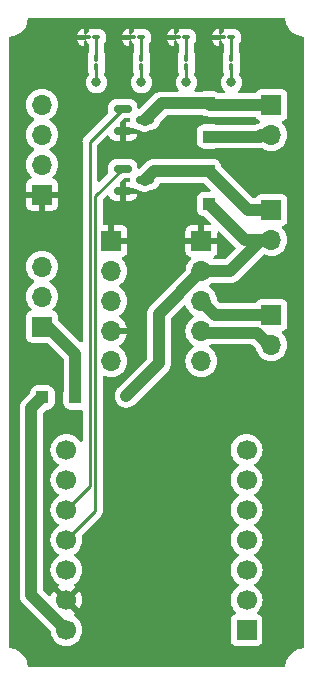
<source format=gbr>
%TF.GenerationSoftware,KiCad,Pcbnew,7.0.9*%
%TF.CreationDate,2025-03-23T17:44:29-04:00*%
%TF.ProjectId,Compact_Control,436f6d70-6163-4745-9f43-6f6e74726f6c,rev?*%
%TF.SameCoordinates,Original*%
%TF.FileFunction,Copper,L1,Top*%
%TF.FilePolarity,Positive*%
%FSLAX46Y46*%
G04 Gerber Fmt 4.6, Leading zero omitted, Abs format (unit mm)*
G04 Created by KiCad (PCBNEW 7.0.9) date 2025-03-23 17:44:29*
%MOMM*%
%LPD*%
G01*
G04 APERTURE LIST*
G04 Aperture macros list*
%AMRoundRect*
0 Rectangle with rounded corners*
0 $1 Rounding radius*
0 $2 $3 $4 $5 $6 $7 $8 $9 X,Y pos of 4 corners*
0 Add a 4 corners polygon primitive as box body*
4,1,4,$2,$3,$4,$5,$6,$7,$8,$9,$2,$3,0*
0 Add four circle primitives for the rounded corners*
1,1,$1+$1,$2,$3*
1,1,$1+$1,$4,$5*
1,1,$1+$1,$6,$7*
1,1,$1+$1,$8,$9*
0 Add four rect primitives between the rounded corners*
20,1,$1+$1,$2,$3,$4,$5,0*
20,1,$1+$1,$4,$5,$6,$7,0*
20,1,$1+$1,$6,$7,$8,$9,0*
20,1,$1+$1,$8,$9,$2,$3,0*%
G04 Aperture macros list end*
%TA.AperFunction,ComponentPad*%
%ADD10R,1.700000X1.700000*%
%TD*%
%TA.AperFunction,ComponentPad*%
%ADD11C,1.700000*%
%TD*%
%TA.AperFunction,SMDPad,CuDef*%
%ADD12RoundRect,0.100000X-0.217500X-0.100000X0.217500X-0.100000X0.217500X0.100000X-0.217500X0.100000X0*%
%TD*%
%TA.AperFunction,ComponentPad*%
%ADD13O,1.700000X1.700000*%
%TD*%
%TA.AperFunction,SMDPad,CuDef*%
%ADD14RoundRect,0.150000X-0.587500X-0.150000X0.587500X-0.150000X0.587500X0.150000X-0.587500X0.150000X0*%
%TD*%
%TA.AperFunction,SMDPad,CuDef*%
%ADD15RoundRect,0.100000X-0.100000X0.217500X-0.100000X-0.217500X0.100000X-0.217500X0.100000X0.217500X0*%
%TD*%
%TA.AperFunction,SMDPad,CuDef*%
%ADD16RoundRect,0.250000X-0.300000X-0.300000X0.300000X-0.300000X0.300000X0.300000X-0.300000X0.300000X0*%
%TD*%
%TA.AperFunction,SMDPad,CuDef*%
%ADD17RoundRect,0.250000X0.300000X-0.300000X0.300000X0.300000X-0.300000X0.300000X-0.300000X-0.300000X0*%
%TD*%
%TA.AperFunction,ViaPad*%
%ADD18C,0.800000*%
%TD*%
%TA.AperFunction,Conductor*%
%ADD19C,1.000000*%
%TD*%
%TA.AperFunction,Conductor*%
%ADD20C,0.250000*%
%TD*%
G04 APERTURE END LIST*
D10*
%TO.P,U1,1,PA02_A0_D0*%
%TO.N,LED0*%
X20117738Y-51846960D03*
D11*
%TO.P,U1,2,PA4_A1_D1*%
%TO.N,LED1*%
X20117738Y-49306960D03*
%TO.P,U1,3,PA10_A2_D2*%
%TO.N,LED2*%
X20117738Y-46766960D03*
%TO.P,U1,4,PA11_A3_D3*%
%TO.N,LED3*%
X20117738Y-44226960D03*
%TO.P,U1,5,PA8_A4_D4_SDA*%
%TO.N,SDA*%
X20117738Y-41686960D03*
%TO.P,U1,6,PA9_A5_D5_SCL*%
%TO.N,SCL*%
X20117738Y-39146960D03*
%TO.P,U1,7,PB08_A6_D6_TX*%
%TO.N,unconnected-(U1-PB08_A6_D6_TX-Pad7)*%
X20117738Y-36606960D03*
%TO.P,U1,8,PB09_A7_D7_RX*%
%TO.N,unconnected-(U1-PB09_A7_D7_RX-Pad8)*%
X4867738Y-36606960D03*
%TO.P,U1,9,PA7_A8_D8_SCK*%
%TO.N,PUMP_PWM*%
X4867738Y-39146960D03*
%TO.P,U1,10,PA5_A9_D9_MISO*%
%TO.N,VALVE_1_PFM*%
X4867738Y-41686960D03*
%TO.P,U1,11,PA6_A10_D10_MOSI*%
%TO.N,VALVE_2_PFM*%
X4867738Y-44226960D03*
%TO.P,U1,12,3V3*%
%TO.N,3V3*%
X4867738Y-46766960D03*
%TO.P,U1,13,GND*%
%TO.N,GND*%
X4867738Y-49306960D03*
%TO.P,U1,14,5V*%
%TO.N,Net-(D1-K)*%
X4867738Y-51846960D03*
%TD*%
D12*
%TO.P,D6,1,K*%
%TO.N,GND*%
X10377738Y-1681960D03*
%TO.P,D6,2,A*%
%TO.N,Net-(D6-A)*%
X11192738Y-1681960D03*
%TD*%
D10*
%TO.P,J6,1,Pin_1*%
%TO.N,VIN*%
X2794000Y-26162000D03*
D13*
%TO.P,J6,2,Pin_2*%
%TO.N,VIN_SRC*%
X2794000Y-23622000D03*
%TO.P,J6,3,Pin_3*%
%TO.N,unconnected-(J6-Pin_3-Pad3)*%
X2794000Y-21082000D03*
%TD*%
D12*
%TO.P,D4,1,K*%
%TO.N,GND*%
X17997738Y-1681960D03*
%TO.P,D4,2,A*%
%TO.N,Net-(D4-A)*%
X18812738Y-1681960D03*
%TD*%
D14*
%TO.P,Q2,1,G*%
%TO.N,VALVE_2_PFM*%
X9645238Y-12796960D03*
%TO.P,Q2,2,S*%
%TO.N,GND*%
X9645238Y-14696960D03*
%TO.P,Q2,3,D*%
%TO.N,Net-(D3-A)*%
X11520238Y-13746960D03*
%TD*%
D10*
%TO.P,J4,1,Pin_1*%
%TO.N,GND*%
X2794000Y-14986000D03*
D13*
%TO.P,J4,2,Pin_2*%
%TO.N,VIN_SRC*%
X2794000Y-12446000D03*
%TO.P,J4,3,Pin_3*%
%TO.N,SDA*%
X2794000Y-9906000D03*
%TO.P,J4,4,Pin_4*%
%TO.N,SCL*%
X2794000Y-7366000D03*
%TD*%
D10*
%TO.P,J3,1,Pin_1*%
%TO.N,PUMP_-*%
X22225000Y-25176960D03*
D13*
%TO.P,J3,2,Pin_2*%
%TO.N,PUMP_+*%
X22225000Y-27716960D03*
%TD*%
D10*
%TO.P,J1,1,Pin_1*%
%TO.N,Net-(D2-A)*%
X22225000Y-7396960D03*
D13*
%TO.P,J1,2,Pin_2*%
%TO.N,VIN*%
X22225000Y-9936960D03*
%TD*%
D15*
%TO.P,R4,1*%
%TO.N,Net-(D7-A)*%
X7407738Y-3406960D03*
%TO.P,R4,2*%
%TO.N,LED3*%
X7407738Y-4221960D03*
%TD*%
D14*
%TO.P,Q1,1,G*%
%TO.N,VALVE_1_PFM*%
X9645238Y-7716960D03*
%TO.P,Q1,2,S*%
%TO.N,GND*%
X9645238Y-9616960D03*
%TO.P,Q1,3,D*%
%TO.N,Net-(D2-A)*%
X11520238Y-8666960D03*
%TD*%
D10*
%TO.P,U2,1,GND*%
%TO.N,GND*%
X8677738Y-18926960D03*
D13*
%TO.P,U2,2,VCC*%
%TO.N,3V3*%
X8677738Y-21466960D03*
%TO.P,U2,3,EN/PWM*%
%TO.N,PUMP_PWM*%
X8677738Y-24006960D03*
%TO.P,U2,4,PHASE*%
%TO.N,GND*%
X8677738Y-26546960D03*
%TO.P,U2,5,~SLEEP*%
%TO.N,unconnected-(U2-~SLEEP-Pad5)*%
X8677738Y-29086960D03*
D10*
%TO.P,U2,6,GND*%
%TO.N,GND*%
X16297738Y-18926960D03*
D13*
%TO.P,U2,7,VIN*%
%TO.N,VIN*%
X16297738Y-21466960D03*
%TO.P,U2,8,OUT2*%
%TO.N,PUMP_-*%
X16297738Y-24006960D03*
%TO.P,U2,9,OUT1*%
%TO.N,PUMP_+*%
X16297738Y-26546960D03*
%TO.P,U2,10,VM*%
%TO.N,unconnected-(U2-VM-Pad10)*%
X16297738Y-29086960D03*
%TD*%
D15*
%TO.P,R1,1*%
%TO.N,Net-(D4-A)*%
X18837738Y-3406960D03*
%TO.P,R1,2*%
%TO.N,LED0*%
X18837738Y-4221960D03*
%TD*%
D16*
%TO.P,D1,1,K*%
%TO.N,Net-(D1-K)*%
X2832738Y-32161960D03*
%TO.P,D1,2,A*%
%TO.N,VIN*%
X5632738Y-32161960D03*
%TD*%
D15*
%TO.P,R3,1*%
%TO.N,Net-(D6-A)*%
X11217738Y-3406960D03*
%TO.P,R3,2*%
%TO.N,LED2*%
X11217738Y-4221960D03*
%TD*%
D17*
%TO.P,D2,1,K*%
%TO.N,VIN*%
X16932738Y-10066960D03*
%TO.P,D2,2,A*%
%TO.N,Net-(D2-A)*%
X16932738Y-7266960D03*
%TD*%
%TO.P,D3,1,K*%
%TO.N,VIN*%
X16932738Y-15781960D03*
%TO.P,D3,2,A*%
%TO.N,Net-(D3-A)*%
X16932738Y-12981960D03*
%TD*%
D15*
%TO.P,R2,1*%
%TO.N,Net-(D5-A)*%
X15027738Y-3406960D03*
%TO.P,R2,2*%
%TO.N,LED1*%
X15027738Y-4221960D03*
%TD*%
D12*
%TO.P,D5,1,K*%
%TO.N,GND*%
X14187738Y-1681960D03*
%TO.P,D5,2,A*%
%TO.N,Net-(D5-A)*%
X15002738Y-1681960D03*
%TD*%
D10*
%TO.P,J2,1,Pin_1*%
%TO.N,Net-(D3-A)*%
X22225000Y-16286960D03*
D13*
%TO.P,J2,2,Pin_2*%
%TO.N,VIN*%
X22225000Y-18826960D03*
%TD*%
D12*
%TO.P,D7,1,K*%
%TO.N,GND*%
X6567738Y-1681960D03*
%TO.P,D7,2,A*%
%TO.N,Net-(D7-A)*%
X7382738Y-1681960D03*
%TD*%
D18*
%TO.N,VIN*%
X9947738Y-32034960D03*
%TO.N,LED0*%
X18837738Y-5491960D03*
%TO.N,LED1*%
X15027738Y-5491960D03*
%TO.N,LED2*%
X11217738Y-5491960D03*
%TO.N,LED3*%
X7407738Y-5491960D03*
%TD*%
D19*
%TO.N,Net-(D1-K)*%
X1905000Y-48884222D02*
X4867738Y-51846960D01*
X1905000Y-33089698D02*
X1905000Y-48884222D01*
X2832738Y-32161960D02*
X1905000Y-33089698D01*
%TO.N,VIN*%
X19977738Y-18826960D02*
X16932738Y-15781960D01*
X12700000Y-25064698D02*
X12700000Y-29282698D01*
X21247738Y-10066960D02*
X21377738Y-9936960D01*
X5632738Y-28492738D02*
X5632738Y-32161960D01*
X16932738Y-10066960D02*
X21247738Y-10066960D01*
X16297738Y-21466960D02*
X12700000Y-25064698D01*
X3302000Y-26162000D02*
X5632738Y-28492738D01*
X21377738Y-18826960D02*
X18737738Y-21466960D01*
X2794000Y-26162000D02*
X3302000Y-26162000D01*
X18737738Y-21466960D02*
X16297738Y-21466960D01*
X12700000Y-29282698D02*
X9947738Y-32034960D01*
X21377738Y-18826960D02*
X19977738Y-18826960D01*
%TO.N,Net-(D2-A)*%
X17062738Y-7396960D02*
X16932738Y-7266960D01*
X12920238Y-7266960D02*
X11520238Y-8666960D01*
X21377738Y-7396960D02*
X17062738Y-7396960D01*
X16932738Y-7266960D02*
X12920238Y-7266960D01*
%TO.N,Net-(D3-A)*%
X21377738Y-16286960D02*
X20237738Y-16286960D01*
X20237738Y-16286960D02*
X16932738Y-12981960D01*
X12285238Y-12981960D02*
X11520238Y-13746960D01*
X16932738Y-12981960D02*
X12285238Y-12981960D01*
D20*
%TO.N,Net-(D4-A)*%
X18837738Y-3406960D02*
X18837738Y-1706960D01*
X18837738Y-1706960D02*
X18812738Y-1681960D01*
%TO.N,Net-(D5-A)*%
X15027738Y-1706960D02*
X15002738Y-1681960D01*
X15027738Y-3406960D02*
X15027738Y-1706960D01*
%TO.N,Net-(D6-A)*%
X11217738Y-3406960D02*
X11217738Y-1706960D01*
X11217738Y-1706960D02*
X11192738Y-1681960D01*
%TO.N,Net-(D7-A)*%
X7407738Y-1706960D02*
X7382738Y-1681960D01*
X7407738Y-3406960D02*
X7407738Y-1706960D01*
D19*
%TO.N,PUMP_-*%
X17467738Y-25176960D02*
X16297738Y-24006960D01*
X22225000Y-25176960D02*
X17467738Y-25176960D01*
%TO.N,PUMP_+*%
X20968040Y-26670000D02*
X16420778Y-26670000D01*
X16420778Y-26670000D02*
X16297738Y-26546960D01*
X22225000Y-27716960D02*
X22015000Y-27716960D01*
X22015000Y-27716960D02*
X20968040Y-26670000D01*
D20*
%TO.N,VALVE_1_PFM*%
X6858000Y-10504198D02*
X9645238Y-7716960D01*
X6858000Y-39696698D02*
X6858000Y-10504198D01*
X4867738Y-41686960D02*
X6858000Y-39696698D01*
%TO.N,VALVE_2_PFM*%
X7308000Y-41786698D02*
X4867738Y-44226960D01*
X7308000Y-15134198D02*
X7308000Y-41786698D01*
X9645238Y-12796960D02*
X7308000Y-15134198D01*
%TO.N,LED0*%
X18837738Y-4221960D02*
X18837738Y-5491960D01*
%TO.N,LED1*%
X15027738Y-4221960D02*
X15027738Y-5491960D01*
%TO.N,LED2*%
X11217738Y-4221960D02*
X11217738Y-5491960D01*
%TO.N,LED3*%
X7407738Y-4221960D02*
X7407738Y-5491960D01*
%TD*%
%TA.AperFunction,Conductor*%
%TO.N,GND*%
G36*
X17852941Y-18117530D02*
G01*
X17859419Y-18123562D01*
X19175136Y-19439279D01*
X19208621Y-19500602D01*
X19203637Y-19570294D01*
X19175136Y-19614641D01*
X18359637Y-20430141D01*
X18298314Y-20463626D01*
X18271956Y-20466460D01*
X17417168Y-20466460D01*
X17350129Y-20446775D01*
X17304374Y-20393971D01*
X17294430Y-20324813D01*
X17323455Y-20261257D01*
X17373835Y-20226278D01*
X17389824Y-20220314D01*
X17389831Y-20220310D01*
X17504925Y-20134150D01*
X17504928Y-20134147D01*
X17591088Y-20019053D01*
X17591092Y-20019046D01*
X17641334Y-19884339D01*
X17641336Y-19884332D01*
X17647737Y-19824804D01*
X17647738Y-19824787D01*
X17647738Y-19176960D01*
X16731424Y-19176960D01*
X16757231Y-19136804D01*
X16797738Y-18998849D01*
X16797738Y-18855071D01*
X16757231Y-18717116D01*
X16731424Y-18676960D01*
X17647738Y-18676960D01*
X17647738Y-18211243D01*
X17667423Y-18144204D01*
X17720227Y-18098449D01*
X17789385Y-18088505D01*
X17852941Y-18117530D01*
G37*
%TD.AperFunction*%
%TA.AperFunction,Conductor*%
G36*
X23342940Y-20185D02*
G01*
X23388695Y-72989D01*
X23398187Y-110185D01*
X23398870Y-110087D01*
X23432080Y-341075D01*
X23432083Y-341085D01*
X23496583Y-560751D01*
X23591680Y-768985D01*
X23591693Y-769008D01*
X23715456Y-961587D01*
X23715460Y-961593D01*
X23865384Y-1134615D01*
X24038406Y-1284539D01*
X24038412Y-1284543D01*
X24230991Y-1408306D01*
X24231014Y-1408319D01*
X24439248Y-1503416D01*
X24439252Y-1503417D01*
X24439254Y-1503418D01*
X24658920Y-1567918D01*
X24658921Y-1567918D01*
X24658924Y-1567919D01*
X24819053Y-1590942D01*
X24885530Y-1600500D01*
X24885531Y-1600500D01*
X24889913Y-1601130D01*
X24889726Y-1602424D01*
X24949801Y-1624825D01*
X24991678Y-1680755D01*
X24999500Y-1724099D01*
X24999500Y-53275900D01*
X24979815Y-53342939D01*
X24927011Y-53388694D01*
X24889815Y-53398192D01*
X24889913Y-53398870D01*
X24885531Y-53399500D01*
X24885530Y-53399500D01*
X24862986Y-53402741D01*
X24658924Y-53432080D01*
X24658914Y-53432083D01*
X24439248Y-53496583D01*
X24231014Y-53591680D01*
X24230991Y-53591693D01*
X24038412Y-53715456D01*
X24038406Y-53715460D01*
X23865384Y-53865384D01*
X23715460Y-54038406D01*
X23715456Y-54038412D01*
X23591693Y-54230991D01*
X23591680Y-54231014D01*
X23496583Y-54439248D01*
X23432083Y-54658914D01*
X23432080Y-54658924D01*
X23398870Y-54889913D01*
X23397575Y-54889726D01*
X23375175Y-54949801D01*
X23319245Y-54991678D01*
X23275901Y-54999500D01*
X1724099Y-54999500D01*
X1657060Y-54979815D01*
X1611305Y-54927011D01*
X1601812Y-54889814D01*
X1601130Y-54889913D01*
X1567919Y-54658924D01*
X1567916Y-54658914D01*
X1503416Y-54439248D01*
X1408319Y-54231014D01*
X1408306Y-54230991D01*
X1284543Y-54038412D01*
X1284539Y-54038406D01*
X1134615Y-53865384D01*
X961593Y-53715460D01*
X961587Y-53715456D01*
X769008Y-53591693D01*
X768985Y-53591680D01*
X560751Y-53496583D01*
X341085Y-53432083D01*
X341075Y-53432080D01*
X139648Y-53403120D01*
X114470Y-53399500D01*
X114469Y-53399500D01*
X110087Y-53398870D01*
X110271Y-53397583D01*
X50168Y-53375151D01*
X8309Y-53319209D01*
X500Y-53275900D01*
X500Y-33115172D01*
X899662Y-33115172D01*
X901707Y-33131225D01*
X904003Y-33149258D01*
X904500Y-33157086D01*
X904500Y-48871505D01*
X902243Y-48960584D01*
X902243Y-48960592D01*
X913064Y-49020961D01*
X913718Y-49025626D01*
X919925Y-49086652D01*
X919927Y-49086666D01*
X930208Y-49119435D01*
X932079Y-49127059D01*
X938142Y-49160874D01*
X938142Y-49160877D01*
X960894Y-49217834D01*
X962474Y-49222273D01*
X980841Y-49280810D01*
X980844Y-49280817D01*
X997509Y-49310841D01*
X1000879Y-49317936D01*
X1013622Y-49349836D01*
X1013627Y-49349846D01*
X1047377Y-49401055D01*
X1049818Y-49405085D01*
X1079588Y-49458720D01*
X1079589Y-49458721D01*
X1079591Y-49458724D01*
X1101968Y-49484789D01*
X1106693Y-49491057D01*
X1119263Y-49510128D01*
X1125598Y-49519741D01*
X1168978Y-49563121D01*
X1172169Y-49566565D01*
X1212131Y-49613114D01*
X1212134Y-49613117D01*
X1239294Y-49634140D01*
X1245190Y-49639333D01*
X3485846Y-51879989D01*
X3519331Y-51941312D01*
X3521693Y-51956861D01*
X3532674Y-52082363D01*
X3532676Y-52082373D01*
X3593832Y-52310615D01*
X3593834Y-52310619D01*
X3593835Y-52310623D01*
X3693703Y-52524790D01*
X3693705Y-52524794D01*
X3802019Y-52679481D01*
X3829243Y-52718361D01*
X3996337Y-52885455D01*
X4093122Y-52953225D01*
X4189903Y-53020992D01*
X4189905Y-53020993D01*
X4189908Y-53020995D01*
X4404075Y-53120863D01*
X4632330Y-53182023D01*
X4808772Y-53197460D01*
X4867737Y-53202619D01*
X4867738Y-53202619D01*
X4867739Y-53202619D01*
X4926704Y-53197460D01*
X5103146Y-53182023D01*
X5331401Y-53120863D01*
X5545568Y-53020995D01*
X5739139Y-52885455D01*
X5906233Y-52718361D01*
X6041773Y-52524790D01*
X6141641Y-52310623D01*
X6202801Y-52082368D01*
X6223397Y-51846960D01*
X6202801Y-51611552D01*
X6141641Y-51383297D01*
X6041773Y-51169131D01*
X5906233Y-50975559D01*
X5906232Y-50975557D01*
X5739140Y-50808466D01*
X5739139Y-50808465D01*
X5553143Y-50678229D01*
X5509519Y-50623652D01*
X5502326Y-50554153D01*
X5533848Y-50491799D01*
X5553143Y-50475079D01*
X5629111Y-50421885D01*
X5000271Y-49793046D01*
X5010053Y-49791640D01*
X5140838Y-49731912D01*
X5249499Y-49637758D01*
X5327231Y-49516804D01*
X5350814Y-49436484D01*
X5982663Y-50068333D01*
X5982664Y-50068333D01*
X6041336Y-49984542D01*
X6041338Y-49984538D01*
X6141167Y-49770452D01*
X6141171Y-49770443D01*
X6202305Y-49542286D01*
X6202307Y-49542275D01*
X6222895Y-49306961D01*
X6222895Y-49306960D01*
X18762079Y-49306960D01*
X18782674Y-49542363D01*
X18782676Y-49542373D01*
X18843832Y-49770615D01*
X18843834Y-49770619D01*
X18843835Y-49770623D01*
X18943585Y-49984538D01*
X18943703Y-49984790D01*
X18943705Y-49984794D01*
X19002200Y-50068333D01*
X19079239Y-50178356D01*
X19079244Y-50178362D01*
X19201168Y-50300286D01*
X19234653Y-50361609D01*
X19229669Y-50431301D01*
X19187797Y-50487234D01*
X19156821Y-50504149D01*
X19025407Y-50553163D01*
X19025402Y-50553166D01*
X18910193Y-50639412D01*
X18910190Y-50639415D01*
X18823944Y-50754624D01*
X18823940Y-50754631D01*
X18773646Y-50889477D01*
X18767239Y-50949076D01*
X18767239Y-50949083D01*
X18767238Y-50949095D01*
X18767238Y-52744830D01*
X18767239Y-52744836D01*
X18773646Y-52804443D01*
X18823940Y-52939288D01*
X18823944Y-52939295D01*
X18910190Y-53054504D01*
X18910193Y-53054507D01*
X19025402Y-53140753D01*
X19025409Y-53140757D01*
X19160255Y-53191051D01*
X19160254Y-53191051D01*
X19167182Y-53191795D01*
X19219865Y-53197460D01*
X21015610Y-53197459D01*
X21075221Y-53191051D01*
X21210069Y-53140756D01*
X21325284Y-53054506D01*
X21411534Y-52939291D01*
X21461829Y-52804443D01*
X21468238Y-52744833D01*
X21468237Y-50949088D01*
X21461829Y-50889477D01*
X21411534Y-50754629D01*
X21411533Y-50754628D01*
X21411531Y-50754624D01*
X21325285Y-50639415D01*
X21325282Y-50639412D01*
X21210073Y-50553166D01*
X21210066Y-50553162D01*
X21078655Y-50504149D01*
X21022721Y-50462278D01*
X20998304Y-50396813D01*
X21013156Y-50328540D01*
X21034301Y-50300292D01*
X21156233Y-50178361D01*
X21291773Y-49984790D01*
X21391641Y-49770623D01*
X21452801Y-49542368D01*
X21473397Y-49306960D01*
X21452801Y-49071552D01*
X21402013Y-48882008D01*
X21391643Y-48843304D01*
X21391642Y-48843303D01*
X21391641Y-48843297D01*
X21291773Y-48629131D01*
X21233275Y-48545586D01*
X21156232Y-48435557D01*
X20989140Y-48268466D01*
X20989134Y-48268461D01*
X20803580Y-48138535D01*
X20759955Y-48083958D01*
X20752761Y-48014460D01*
X20784284Y-47952105D01*
X20803580Y-47935385D01*
X20825764Y-47919851D01*
X20989139Y-47805455D01*
X21156233Y-47638361D01*
X21291773Y-47444790D01*
X21391641Y-47230623D01*
X21452801Y-47002368D01*
X21473397Y-46766960D01*
X21452801Y-46531552D01*
X21391641Y-46303297D01*
X21291773Y-46089131D01*
X21156233Y-45895559D01*
X21156232Y-45895557D01*
X20989140Y-45728466D01*
X20989134Y-45728461D01*
X20803580Y-45598535D01*
X20759955Y-45543958D01*
X20752761Y-45474460D01*
X20784284Y-45412105D01*
X20803580Y-45395385D01*
X20825764Y-45379851D01*
X20989139Y-45265455D01*
X21156233Y-45098361D01*
X21291773Y-44904790D01*
X21391641Y-44690623D01*
X21452801Y-44462368D01*
X21473397Y-44226960D01*
X21452801Y-43991552D01*
X21391641Y-43763297D01*
X21291773Y-43549131D01*
X21156233Y-43355559D01*
X21156232Y-43355557D01*
X20989140Y-43188466D01*
X20989134Y-43188461D01*
X20803580Y-43058535D01*
X20759955Y-43003958D01*
X20752761Y-42934460D01*
X20784284Y-42872105D01*
X20803580Y-42855385D01*
X20825764Y-42839851D01*
X20989139Y-42725455D01*
X21156233Y-42558361D01*
X21291773Y-42364790D01*
X21391641Y-42150623D01*
X21452801Y-41922368D01*
X21473397Y-41686960D01*
X21452801Y-41451552D01*
X21391641Y-41223297D01*
X21291773Y-41009131D01*
X21239855Y-40934983D01*
X21156232Y-40815557D01*
X20989140Y-40648466D01*
X20989134Y-40648461D01*
X20803580Y-40518535D01*
X20759955Y-40463958D01*
X20752761Y-40394460D01*
X20784284Y-40332105D01*
X20803580Y-40315385D01*
X20825764Y-40299851D01*
X20989139Y-40185455D01*
X21156233Y-40018361D01*
X21291773Y-39824790D01*
X21391641Y-39610623D01*
X21452801Y-39382368D01*
X21473397Y-39146960D01*
X21452801Y-38911552D01*
X21391641Y-38683297D01*
X21291773Y-38469131D01*
X21272743Y-38441952D01*
X21156232Y-38275557D01*
X20989140Y-38108466D01*
X20989134Y-38108461D01*
X20803580Y-37978535D01*
X20759955Y-37923958D01*
X20752761Y-37854460D01*
X20784284Y-37792105D01*
X20803580Y-37775385D01*
X20825764Y-37759851D01*
X20989139Y-37645455D01*
X21156233Y-37478361D01*
X21291773Y-37284790D01*
X21391641Y-37070623D01*
X21452801Y-36842368D01*
X21473397Y-36606960D01*
X21452801Y-36371552D01*
X21391641Y-36143297D01*
X21291773Y-35929131D01*
X21272743Y-35901952D01*
X21156232Y-35735557D01*
X20989140Y-35568466D01*
X20989133Y-35568461D01*
X20795572Y-35432927D01*
X20795568Y-35432925D01*
X20795566Y-35432924D01*
X20581401Y-35333057D01*
X20581397Y-35333056D01*
X20581393Y-35333054D01*
X20353151Y-35271898D01*
X20353141Y-35271896D01*
X20117739Y-35251301D01*
X20117737Y-35251301D01*
X19882334Y-35271896D01*
X19882324Y-35271898D01*
X19654082Y-35333054D01*
X19654073Y-35333058D01*
X19439909Y-35432924D01*
X19439907Y-35432925D01*
X19246335Y-35568465D01*
X19079243Y-35735557D01*
X18943703Y-35929129D01*
X18943702Y-35929131D01*
X18843836Y-36143295D01*
X18843832Y-36143304D01*
X18782676Y-36371546D01*
X18782674Y-36371556D01*
X18762079Y-36606959D01*
X18762079Y-36606960D01*
X18782674Y-36842363D01*
X18782676Y-36842373D01*
X18843832Y-37070615D01*
X18843834Y-37070619D01*
X18843835Y-37070623D01*
X18943213Y-37283739D01*
X18943703Y-37284790D01*
X18943705Y-37284794D01*
X19007213Y-37375492D01*
X19079239Y-37478356D01*
X19079244Y-37478362D01*
X19246335Y-37645453D01*
X19246341Y-37645458D01*
X19431896Y-37775385D01*
X19475521Y-37829962D01*
X19482715Y-37899460D01*
X19451192Y-37961815D01*
X19431896Y-37978535D01*
X19246335Y-38108465D01*
X19079243Y-38275557D01*
X18943703Y-38469129D01*
X18943702Y-38469131D01*
X18843836Y-38683295D01*
X18843832Y-38683304D01*
X18782676Y-38911546D01*
X18782674Y-38911556D01*
X18762079Y-39146959D01*
X18762079Y-39146960D01*
X18782674Y-39382363D01*
X18782676Y-39382373D01*
X18843832Y-39610615D01*
X18843834Y-39610619D01*
X18843835Y-39610623D01*
X18943703Y-39824790D01*
X18943705Y-39824794D01*
X19079239Y-40018355D01*
X19079244Y-40018362D01*
X19246335Y-40185453D01*
X19246341Y-40185458D01*
X19431896Y-40315385D01*
X19475521Y-40369962D01*
X19482715Y-40439460D01*
X19451192Y-40501815D01*
X19431896Y-40518535D01*
X19246335Y-40648465D01*
X19079243Y-40815557D01*
X18943703Y-41009129D01*
X18943702Y-41009131D01*
X18843836Y-41223295D01*
X18843832Y-41223304D01*
X18782676Y-41451546D01*
X18782674Y-41451556D01*
X18762079Y-41686959D01*
X18762079Y-41686960D01*
X18782674Y-41922363D01*
X18782676Y-41922373D01*
X18843832Y-42150615D01*
X18843834Y-42150619D01*
X18843835Y-42150623D01*
X18943703Y-42364790D01*
X18943705Y-42364794D01*
X19079239Y-42558355D01*
X19079244Y-42558362D01*
X19246335Y-42725453D01*
X19246341Y-42725458D01*
X19431896Y-42855385D01*
X19475521Y-42909962D01*
X19482715Y-42979460D01*
X19451192Y-43041815D01*
X19431896Y-43058535D01*
X19246335Y-43188465D01*
X19079243Y-43355557D01*
X18943703Y-43549129D01*
X18943702Y-43549131D01*
X18843836Y-43763295D01*
X18843832Y-43763304D01*
X18782676Y-43991546D01*
X18782674Y-43991556D01*
X18762079Y-44226959D01*
X18762079Y-44226960D01*
X18782674Y-44462363D01*
X18782676Y-44462373D01*
X18843832Y-44690615D01*
X18843834Y-44690619D01*
X18843835Y-44690623D01*
X18943703Y-44904790D01*
X18943705Y-44904794D01*
X19079239Y-45098355D01*
X19079244Y-45098362D01*
X19246335Y-45265453D01*
X19246341Y-45265458D01*
X19431896Y-45395385D01*
X19475521Y-45449962D01*
X19482715Y-45519460D01*
X19451192Y-45581815D01*
X19431896Y-45598535D01*
X19246335Y-45728465D01*
X19079243Y-45895557D01*
X18943703Y-46089129D01*
X18943702Y-46089131D01*
X18843836Y-46303295D01*
X18843832Y-46303304D01*
X18782676Y-46531546D01*
X18782674Y-46531556D01*
X18762079Y-46766959D01*
X18762079Y-46766960D01*
X18782674Y-47002363D01*
X18782676Y-47002373D01*
X18843832Y-47230615D01*
X18843834Y-47230619D01*
X18843835Y-47230623D01*
X18943703Y-47444790D01*
X18943705Y-47444794D01*
X19079239Y-47638355D01*
X19079244Y-47638362D01*
X19246335Y-47805453D01*
X19246341Y-47805458D01*
X19431896Y-47935385D01*
X19475521Y-47989962D01*
X19482715Y-48059460D01*
X19451192Y-48121815D01*
X19431896Y-48138535D01*
X19246335Y-48268465D01*
X19079243Y-48435557D01*
X18943703Y-48629129D01*
X18943702Y-48629131D01*
X18843836Y-48843295D01*
X18843832Y-48843304D01*
X18782676Y-49071546D01*
X18782674Y-49071556D01*
X18762079Y-49306959D01*
X18762079Y-49306960D01*
X6222895Y-49306960D01*
X6222895Y-49306958D01*
X6202307Y-49071644D01*
X6202305Y-49071633D01*
X6141171Y-48843476D01*
X6141167Y-48843467D01*
X6041338Y-48629383D01*
X6041337Y-48629381D01*
X5982663Y-48545586D01*
X5982663Y-48545585D01*
X5350814Y-49177435D01*
X5327231Y-49097116D01*
X5249499Y-48976162D01*
X5140838Y-48882008D01*
X5010053Y-48822280D01*
X5000271Y-48820873D01*
X5629111Y-48192033D01*
X5629111Y-48192032D01*
X5553143Y-48138840D01*
X5509518Y-48084264D01*
X5502324Y-48014765D01*
X5533846Y-47952411D01*
X5553137Y-47935694D01*
X5739139Y-47805455D01*
X5906233Y-47638361D01*
X6041773Y-47444790D01*
X6141641Y-47230623D01*
X6202801Y-47002368D01*
X6223397Y-46766960D01*
X6202801Y-46531552D01*
X6141641Y-46303297D01*
X6041773Y-46089131D01*
X5906233Y-45895559D01*
X5906232Y-45895557D01*
X5739140Y-45728466D01*
X5739134Y-45728461D01*
X5553580Y-45598535D01*
X5509955Y-45543958D01*
X5502761Y-45474460D01*
X5534284Y-45412105D01*
X5553580Y-45395385D01*
X5575764Y-45379851D01*
X5739139Y-45265455D01*
X5906233Y-45098361D01*
X6041773Y-44904790D01*
X6141641Y-44690623D01*
X6202801Y-44462368D01*
X6223397Y-44226960D01*
X6202801Y-43991552D01*
X6175881Y-43891085D01*
X6177544Y-43821236D01*
X6207973Y-43771313D01*
X7691786Y-42287500D01*
X7704048Y-42277678D01*
X7703865Y-42277457D01*
X7709867Y-42272490D01*
X7709877Y-42272484D01*
X7757241Y-42222046D01*
X7778120Y-42201168D01*
X7782373Y-42195684D01*
X7786150Y-42191261D01*
X7818062Y-42157280D01*
X7827714Y-42139721D01*
X7838389Y-42123470D01*
X7850674Y-42107634D01*
X7869186Y-42064850D01*
X7871742Y-42059633D01*
X7894197Y-42018790D01*
X7899180Y-41999378D01*
X7905477Y-41980989D01*
X7913438Y-41962593D01*
X7920729Y-41916551D01*
X7921908Y-41910860D01*
X7933500Y-41865717D01*
X7933500Y-41845681D01*
X7935027Y-41826280D01*
X7937841Y-41808513D01*
X7938160Y-41806502D01*
X7933775Y-41760113D01*
X7933500Y-41754275D01*
X7933500Y-30424669D01*
X7953185Y-30357630D01*
X8005989Y-30311875D01*
X8075147Y-30301931D01*
X8109901Y-30312285D01*
X8214075Y-30360863D01*
X8442330Y-30422023D01*
X8630656Y-30438499D01*
X8677737Y-30442619D01*
X8677738Y-30442619D01*
X8677739Y-30442619D01*
X8716972Y-30439186D01*
X8913146Y-30422023D01*
X9141401Y-30360863D01*
X9355568Y-30260995D01*
X9549139Y-30125455D01*
X9716233Y-29958361D01*
X9851773Y-29764790D01*
X9951641Y-29550623D01*
X10012801Y-29322368D01*
X10033397Y-29086960D01*
X10012801Y-28851552D01*
X9951641Y-28623297D01*
X9851773Y-28409131D01*
X9841735Y-28394794D01*
X9716232Y-28215557D01*
X9549140Y-28048466D01*
X9549139Y-28048465D01*
X9363143Y-27918229D01*
X9319519Y-27863652D01*
X9312326Y-27794153D01*
X9343848Y-27731799D01*
X9363143Y-27715079D01*
X9548820Y-27585065D01*
X9715843Y-27418042D01*
X9851338Y-27224538D01*
X9951167Y-27010452D01*
X9951170Y-27010446D01*
X10008374Y-26796960D01*
X9111424Y-26796960D01*
X9137231Y-26756804D01*
X9177738Y-26618849D01*
X9177738Y-26475071D01*
X9137231Y-26337116D01*
X9111424Y-26296960D01*
X10008374Y-26296960D01*
X10008373Y-26296959D01*
X9951170Y-26083473D01*
X9951167Y-26083467D01*
X9851338Y-25869382D01*
X9851337Y-25869380D01*
X9715851Y-25675886D01*
X9715846Y-25675880D01*
X9548816Y-25508850D01*
X9363143Y-25378839D01*
X9319518Y-25324262D01*
X9312326Y-25254764D01*
X9343848Y-25192409D01*
X9363144Y-25175690D01*
X9363580Y-25175385D01*
X9549139Y-25045455D01*
X9716233Y-24878361D01*
X9851773Y-24684790D01*
X9951641Y-24470623D01*
X10012801Y-24242368D01*
X10033397Y-24006960D01*
X10012801Y-23771552D01*
X9951641Y-23543297D01*
X9851773Y-23329131D01*
X9732188Y-23158344D01*
X9716232Y-23135557D01*
X9549140Y-22968466D01*
X9549134Y-22968461D01*
X9363580Y-22838535D01*
X9319955Y-22783958D01*
X9312761Y-22714460D01*
X9344284Y-22652105D01*
X9363580Y-22635385D01*
X9421977Y-22594495D01*
X9549139Y-22505455D01*
X9716233Y-22338361D01*
X9851773Y-22144790D01*
X9951641Y-21930623D01*
X10012801Y-21702368D01*
X10033397Y-21466960D01*
X10012801Y-21231552D01*
X9951641Y-21003297D01*
X9851773Y-20789131D01*
X9732182Y-20618337D01*
X9716234Y-20595560D01*
X9716233Y-20595559D01*
X9593917Y-20473243D01*
X9560434Y-20411923D01*
X9565418Y-20342231D01*
X9607289Y-20286297D01*
X9638267Y-20269382D01*
X9769824Y-20220314D01*
X9769831Y-20220310D01*
X9884925Y-20134150D01*
X9884928Y-20134147D01*
X9971088Y-20019053D01*
X9971092Y-20019046D01*
X10021334Y-19884339D01*
X10021336Y-19884332D01*
X10027737Y-19824804D01*
X10027738Y-19824787D01*
X10027738Y-19176960D01*
X9111424Y-19176960D01*
X9137231Y-19136804D01*
X9177738Y-18998849D01*
X9177738Y-18855071D01*
X9137231Y-18717116D01*
X9111424Y-18676960D01*
X10027738Y-18676960D01*
X10027738Y-18029132D01*
X10027737Y-18029115D01*
X10021336Y-17969587D01*
X10021334Y-17969580D01*
X9971092Y-17834873D01*
X9971088Y-17834866D01*
X9884928Y-17719772D01*
X9884925Y-17719769D01*
X9769831Y-17633609D01*
X9769824Y-17633605D01*
X9635117Y-17583363D01*
X9635110Y-17583361D01*
X9575582Y-17576960D01*
X8927738Y-17576960D01*
X8927738Y-18491458D01*
X8820053Y-18442280D01*
X8713501Y-18426960D01*
X8641975Y-18426960D01*
X8535423Y-18442280D01*
X8427738Y-18491458D01*
X8427738Y-17576960D01*
X8057500Y-17576960D01*
X7990461Y-17557275D01*
X7944706Y-17504471D01*
X7933500Y-17452960D01*
X7933500Y-15444649D01*
X7953185Y-15377610D01*
X7969814Y-15356973D01*
X8255910Y-15070877D01*
X8317229Y-15037395D01*
X8386920Y-15042379D01*
X8442854Y-15084250D01*
X8452306Y-15100548D01*
X8452485Y-15100443D01*
X8540052Y-15248512D01*
X8540059Y-15248521D01*
X8656176Y-15364638D01*
X8656185Y-15364645D01*
X8797541Y-15448242D01*
X8797544Y-15448243D01*
X8955242Y-15494059D01*
X8955248Y-15494060D01*
X8992094Y-15496960D01*
X9395238Y-15496960D01*
X9395238Y-14946960D01*
X9895238Y-14946960D01*
X9895238Y-15496960D01*
X10298382Y-15496960D01*
X10335227Y-15494060D01*
X10335233Y-15494059D01*
X10492931Y-15448243D01*
X10492934Y-15448242D01*
X10634290Y-15364645D01*
X10634299Y-15364638D01*
X10750416Y-15248521D01*
X10750423Y-15248512D01*
X10834019Y-15107158D01*
X10879838Y-14949446D01*
X10880033Y-14946961D01*
X10880033Y-14946960D01*
X9895238Y-14946960D01*
X9395238Y-14946960D01*
X9395238Y-13982912D01*
X9414923Y-13915873D01*
X9431557Y-13895231D01*
X9693009Y-13633779D01*
X9754332Y-13600294D01*
X9780690Y-13597460D01*
X10158238Y-13597460D01*
X10225277Y-13617145D01*
X10271032Y-13669949D01*
X10282238Y-13721460D01*
X10282238Y-13772960D01*
X10262553Y-13839999D01*
X10209749Y-13885754D01*
X10158238Y-13896960D01*
X9895238Y-13896960D01*
X9895238Y-14446960D01*
X10550923Y-14446960D01*
X10614044Y-14464228D01*
X10672340Y-14498704D01*
X10713962Y-14510796D01*
X10830164Y-14544557D01*
X10830167Y-14544557D01*
X10830169Y-14544558D01*
X10842460Y-14545525D01*
X10867042Y-14547460D01*
X10867044Y-14547460D01*
X10879350Y-14547460D01*
X10946389Y-14567145D01*
X10952743Y-14571513D01*
X11010066Y-14613606D01*
X11010073Y-14613610D01*
X11091000Y-14650794D01*
X11194970Y-14698565D01*
X11230142Y-14706727D01*
X11393183Y-14744563D01*
X11596596Y-14749717D01*
X11596596Y-14749716D01*
X11596601Y-14749717D01*
X11776091Y-14717546D01*
X11796886Y-14713819D01*
X11796886Y-14713818D01*
X11796891Y-14713818D01*
X11985855Y-14638337D01*
X12092696Y-14567923D01*
X12159505Y-14547468D01*
X12160932Y-14547460D01*
X12173434Y-14547460D01*
X12191869Y-14546009D01*
X12210307Y-14544558D01*
X12210309Y-14544557D01*
X12210311Y-14544557D01*
X12251929Y-14532465D01*
X12368136Y-14498704D01*
X12509603Y-14415041D01*
X12625819Y-14298825D01*
X12709482Y-14157358D01*
X12709483Y-14157354D01*
X12709484Y-14157353D01*
X12734321Y-14071865D01*
X12771927Y-14012979D01*
X12835400Y-13983773D01*
X12853397Y-13982460D01*
X16340731Y-13982460D01*
X16379734Y-13988754D01*
X16412252Y-13999529D01*
X16479941Y-14021959D01*
X16522791Y-14026336D01*
X16587482Y-14052731D01*
X16597870Y-14062013D01*
X17055636Y-14519779D01*
X17089121Y-14581102D01*
X17084137Y-14650794D01*
X17042265Y-14706727D01*
X16976801Y-14731144D01*
X16967955Y-14731460D01*
X16582736Y-14731460D01*
X16582718Y-14731461D01*
X16479941Y-14741960D01*
X16479938Y-14741961D01*
X16313406Y-14797145D01*
X16313401Y-14797147D01*
X16164080Y-14889249D01*
X16040027Y-15013302D01*
X15947925Y-15162623D01*
X15947923Y-15162628D01*
X15923610Y-15236000D01*
X15892739Y-15329163D01*
X15892739Y-15329164D01*
X15892738Y-15329164D01*
X15882238Y-15431943D01*
X15882238Y-16131961D01*
X15882239Y-16131979D01*
X15892738Y-16234756D01*
X15892739Y-16234759D01*
X15947923Y-16401291D01*
X15947924Y-16401294D01*
X16040026Y-16550616D01*
X16164082Y-16674672D01*
X16313404Y-16766774D01*
X16479941Y-16821959D01*
X16522791Y-16826336D01*
X16587482Y-16852731D01*
X16597870Y-16862013D01*
X17101136Y-17365279D01*
X17134621Y-17426602D01*
X17129637Y-17496294D01*
X17087765Y-17552227D01*
X17022301Y-17576644D01*
X17013455Y-17576960D01*
X16547738Y-17576960D01*
X16547738Y-18491458D01*
X16440053Y-18442280D01*
X16333501Y-18426960D01*
X16261975Y-18426960D01*
X16155423Y-18442280D01*
X16047738Y-18491458D01*
X16047738Y-17576960D01*
X15399893Y-17576960D01*
X15340365Y-17583361D01*
X15340358Y-17583363D01*
X15205651Y-17633605D01*
X15205644Y-17633609D01*
X15090550Y-17719769D01*
X15090547Y-17719772D01*
X15004387Y-17834866D01*
X15004383Y-17834873D01*
X14954141Y-17969580D01*
X14954139Y-17969587D01*
X14947738Y-18029115D01*
X14947738Y-18676960D01*
X15864052Y-18676960D01*
X15838245Y-18717116D01*
X15797738Y-18855071D01*
X15797738Y-18998849D01*
X15838245Y-19136804D01*
X15864052Y-19176960D01*
X14947738Y-19176960D01*
X14947738Y-19824804D01*
X14954139Y-19884332D01*
X14954141Y-19884339D01*
X15004383Y-20019046D01*
X15004387Y-20019053D01*
X15090547Y-20134147D01*
X15090550Y-20134150D01*
X15205644Y-20220310D01*
X15205651Y-20220314D01*
X15337208Y-20269381D01*
X15393141Y-20311252D01*
X15417559Y-20376716D01*
X15402708Y-20444989D01*
X15381557Y-20473244D01*
X15259241Y-20595560D01*
X15123703Y-20789129D01*
X15123702Y-20789131D01*
X15023836Y-21003295D01*
X15023832Y-21003304D01*
X14962676Y-21231546D01*
X14962674Y-21231556D01*
X14951693Y-21357058D01*
X14926240Y-21422126D01*
X14915846Y-21433930D01*
X12001532Y-24348244D01*
X11936946Y-24409640D01*
X11901899Y-24459992D01*
X11899062Y-24463754D01*
X11860302Y-24511290D01*
X11860299Y-24511295D01*
X11844392Y-24541745D01*
X11840324Y-24548459D01*
X11820702Y-24576652D01*
X11796509Y-24633028D01*
X11794488Y-24637282D01*
X11766091Y-24691649D01*
X11766090Y-24691650D01*
X11756640Y-24724673D01*
X11754007Y-24732069D01*
X11740459Y-24763641D01*
X11728113Y-24823717D01*
X11726990Y-24828293D01*
X11710113Y-24887275D01*
X11710113Y-24887277D01*
X11707503Y-24921539D01*
X11706414Y-24929306D01*
X11701248Y-24954452D01*
X11699500Y-24962956D01*
X11699500Y-25024295D01*
X11699321Y-25029004D01*
X11694662Y-25090172D01*
X11696707Y-25106225D01*
X11699003Y-25124258D01*
X11699500Y-25132086D01*
X11699500Y-28816915D01*
X11679815Y-28883954D01*
X11663181Y-28904596D01*
X9204400Y-31363377D01*
X9180000Y-31393302D01*
X9108040Y-31481553D01*
X9041490Y-31608957D01*
X9013828Y-31661913D01*
X8957850Y-31857544D01*
X8942400Y-32060434D01*
X8942400Y-32060437D01*
X8968106Y-32262281D01*
X8968108Y-32262289D01*
X9033921Y-32454830D01*
X9033927Y-32454842D01*
X9128066Y-32614759D01*
X9137148Y-32630187D01*
X9164253Y-32660188D01*
X9273558Y-32781172D01*
X9437566Y-32901606D01*
X9437573Y-32901610D01*
X9543890Y-32950460D01*
X9622470Y-32986565D01*
X9688194Y-33001817D01*
X9820683Y-33032563D01*
X10024096Y-33037717D01*
X10024096Y-33037716D01*
X10024101Y-33037717D01*
X10203591Y-33005546D01*
X10224386Y-33001819D01*
X10224386Y-33001818D01*
X10224391Y-33001818D01*
X10413355Y-32926337D01*
X10583257Y-32814362D01*
X13398467Y-29999150D01*
X13463053Y-29937757D01*
X13498099Y-29887404D01*
X13500938Y-29883639D01*
X13504612Y-29879133D01*
X13539698Y-29836105D01*
X13555601Y-29805658D01*
X13559674Y-29798937D01*
X13564489Y-29792018D01*
X13579295Y-29770747D01*
X13603492Y-29714358D01*
X13605498Y-29710133D01*
X13633909Y-29655747D01*
X13643357Y-29622720D01*
X13645988Y-29615331D01*
X13659540Y-29583756D01*
X13671895Y-29523628D01*
X13672999Y-29519127D01*
X13689886Y-29460116D01*
X13692494Y-29425855D01*
X13693585Y-29418087D01*
X13700500Y-29384441D01*
X13700500Y-29323096D01*
X13700679Y-29318386D01*
X13705337Y-29257222D01*
X13700997Y-29223140D01*
X13700500Y-29215301D01*
X13700500Y-25530480D01*
X13720185Y-25463441D01*
X13736819Y-25442799D01*
X14258079Y-24921539D01*
X14805435Y-24374182D01*
X14866756Y-24340699D01*
X14936448Y-24345683D01*
X14992381Y-24387555D01*
X15012889Y-24429772D01*
X15023832Y-24470615D01*
X15023834Y-24470619D01*
X15023835Y-24470623D01*
X15112374Y-24660495D01*
X15123703Y-24684790D01*
X15123705Y-24684794D01*
X15205966Y-24802274D01*
X15252132Y-24868206D01*
X15259239Y-24878355D01*
X15259244Y-24878362D01*
X15426335Y-25045453D01*
X15426341Y-25045458D01*
X15611896Y-25175385D01*
X15655521Y-25229962D01*
X15662715Y-25299460D01*
X15631192Y-25361815D01*
X15611896Y-25378535D01*
X15426335Y-25508465D01*
X15259243Y-25675557D01*
X15123703Y-25869129D01*
X15123702Y-25869131D01*
X15023836Y-26083295D01*
X15023832Y-26083304D01*
X14962676Y-26311546D01*
X14962674Y-26311556D01*
X14942079Y-26546959D01*
X14942079Y-26546960D01*
X14962674Y-26782363D01*
X14962676Y-26782373D01*
X15023832Y-27010615D01*
X15023834Y-27010619D01*
X15023835Y-27010623D01*
X15123585Y-27224538D01*
X15123703Y-27224790D01*
X15123705Y-27224794D01*
X15259239Y-27418355D01*
X15259244Y-27418362D01*
X15426335Y-27585453D01*
X15426341Y-27585458D01*
X15611896Y-27715385D01*
X15655521Y-27769962D01*
X15662715Y-27839460D01*
X15631192Y-27901815D01*
X15611896Y-27918535D01*
X15426335Y-28048465D01*
X15259243Y-28215557D01*
X15123703Y-28409129D01*
X15123702Y-28409131D01*
X15023836Y-28623295D01*
X15023832Y-28623304D01*
X14962676Y-28851546D01*
X14962674Y-28851556D01*
X14942079Y-29086959D01*
X14942079Y-29086960D01*
X14962674Y-29322363D01*
X14962676Y-29322373D01*
X15023832Y-29550615D01*
X15023834Y-29550619D01*
X15023835Y-29550623D01*
X15099183Y-29712207D01*
X15123703Y-29764790D01*
X15123705Y-29764794D01*
X15173636Y-29836102D01*
X15259243Y-29958361D01*
X15426337Y-30125455D01*
X15523122Y-30193225D01*
X15619903Y-30260992D01*
X15619905Y-30260993D01*
X15619908Y-30260995D01*
X15834075Y-30360863D01*
X16062330Y-30422023D01*
X16250656Y-30438499D01*
X16297737Y-30442619D01*
X16297738Y-30442619D01*
X16297739Y-30442619D01*
X16336972Y-30439186D01*
X16533146Y-30422023D01*
X16761401Y-30360863D01*
X16975568Y-30260995D01*
X17169139Y-30125455D01*
X17336233Y-29958361D01*
X17471773Y-29764790D01*
X17571641Y-29550623D01*
X17632801Y-29322368D01*
X17653397Y-29086960D01*
X17632801Y-28851552D01*
X17571641Y-28623297D01*
X17471773Y-28409131D01*
X17461735Y-28394794D01*
X17336232Y-28215557D01*
X17169140Y-28048466D01*
X17169134Y-28048461D01*
X16983580Y-27918535D01*
X16939955Y-27863958D01*
X16932761Y-27794460D01*
X16964284Y-27732105D01*
X16983581Y-27715384D01*
X17015658Y-27692924D01*
X17081864Y-27670597D01*
X17086780Y-27670500D01*
X20502257Y-27670500D01*
X20569296Y-27690185D01*
X20589938Y-27706819D01*
X20886371Y-28003251D01*
X20918465Y-28058839D01*
X20951094Y-28180615D01*
X20951096Y-28180619D01*
X20951097Y-28180623D01*
X20967387Y-28215557D01*
X21050965Y-28394790D01*
X21050967Y-28394794D01*
X21159281Y-28549481D01*
X21186505Y-28588361D01*
X21353599Y-28755455D01*
X21441373Y-28816915D01*
X21547165Y-28890992D01*
X21547167Y-28890993D01*
X21547170Y-28890995D01*
X21761337Y-28990863D01*
X21989592Y-29052023D01*
X22177918Y-29068499D01*
X22224999Y-29072619D01*
X22225000Y-29072619D01*
X22225001Y-29072619D01*
X22264234Y-29069186D01*
X22460408Y-29052023D01*
X22688663Y-28990863D01*
X22902830Y-28890995D01*
X23096401Y-28755455D01*
X23263495Y-28588361D01*
X23399035Y-28394790D01*
X23498903Y-28180623D01*
X23560063Y-27952368D01*
X23580659Y-27716960D01*
X23580494Y-27715079D01*
X23569154Y-27585458D01*
X23560063Y-27481552D01*
X23498903Y-27253297D01*
X23399035Y-27039131D01*
X23379074Y-27010624D01*
X23263496Y-26845560D01*
X23214896Y-26796960D01*
X23141567Y-26723631D01*
X23108084Y-26662311D01*
X23113068Y-26592619D01*
X23154939Y-26536685D01*
X23185915Y-26519770D01*
X23317331Y-26470756D01*
X23432546Y-26384506D01*
X23518796Y-26269291D01*
X23569091Y-26134443D01*
X23575500Y-26074833D01*
X23575499Y-24279088D01*
X23569091Y-24219477D01*
X23518796Y-24084629D01*
X23518795Y-24084628D01*
X23518793Y-24084624D01*
X23432547Y-23969415D01*
X23432544Y-23969412D01*
X23317335Y-23883166D01*
X23317328Y-23883162D01*
X23182482Y-23832868D01*
X23182483Y-23832868D01*
X23122883Y-23826461D01*
X23122881Y-23826460D01*
X23122873Y-23826460D01*
X23122864Y-23826460D01*
X21327129Y-23826460D01*
X21327123Y-23826461D01*
X21267516Y-23832868D01*
X21132671Y-23883162D01*
X21132664Y-23883166D01*
X21017455Y-23969412D01*
X21017452Y-23969415D01*
X20931206Y-24084624D01*
X20931204Y-24084628D01*
X20931204Y-24084629D01*
X20927039Y-24095794D01*
X20885171Y-24151726D01*
X20819707Y-24176144D01*
X20810859Y-24176460D01*
X17933520Y-24176460D01*
X17866481Y-24156775D01*
X17845839Y-24140141D01*
X17679628Y-23973930D01*
X17646143Y-23912607D01*
X17643781Y-23897056D01*
X17642566Y-23883164D01*
X17632801Y-23771552D01*
X17571641Y-23543297D01*
X17471773Y-23329131D01*
X17352188Y-23158344D01*
X17336232Y-23135557D01*
X17169140Y-22968466D01*
X17169134Y-22968461D01*
X16983580Y-22838535D01*
X16939955Y-22783958D01*
X16932761Y-22714460D01*
X16964284Y-22652105D01*
X16983580Y-22635385D01*
X17041977Y-22594495D01*
X17169139Y-22505455D01*
X17170815Y-22503779D01*
X17171733Y-22503277D01*
X17173282Y-22501978D01*
X17173543Y-22502289D01*
X17232138Y-22470294D01*
X17258496Y-22467460D01*
X18725022Y-22467460D01*
X18814096Y-22469717D01*
X18814096Y-22469716D01*
X18814101Y-22469717D01*
X18874491Y-22458892D01*
X18879150Y-22458240D01*
X18921345Y-22453948D01*
X18940176Y-22452034D01*
X18972965Y-22441746D01*
X18980578Y-22439878D01*
X19014391Y-22433818D01*
X19071359Y-22411061D01*
X19075791Y-22409484D01*
X19134326Y-22391119D01*
X19164365Y-22374444D01*
X19171446Y-22371082D01*
X19203355Y-22358337D01*
X19254592Y-22324568D01*
X19258589Y-22322147D01*
X19312240Y-22292369D01*
X19338306Y-22269990D01*
X19344581Y-22265260D01*
X19358579Y-22256035D01*
X19373257Y-22246362D01*
X19416630Y-22202987D01*
X19420088Y-22199783D01*
X19423351Y-22196980D01*
X19466633Y-22159826D01*
X19487666Y-22132651D01*
X19492836Y-22126781D01*
X21534505Y-20085111D01*
X21595826Y-20051628D01*
X21665518Y-20056612D01*
X21674588Y-20060412D01*
X21761330Y-20100860D01*
X21761332Y-20100860D01*
X21761337Y-20100863D01*
X21761342Y-20100864D01*
X21761344Y-20100865D01*
X21816285Y-20115586D01*
X21989592Y-20162023D01*
X22177918Y-20178499D01*
X22224999Y-20182619D01*
X22225000Y-20182619D01*
X22225001Y-20182619D01*
X22264234Y-20179186D01*
X22460408Y-20162023D01*
X22688663Y-20100863D01*
X22902830Y-20000995D01*
X23096401Y-19865455D01*
X23263495Y-19698361D01*
X23399035Y-19504790D01*
X23498903Y-19290623D01*
X23560063Y-19062368D01*
X23580659Y-18826960D01*
X23560063Y-18591552D01*
X23498903Y-18363297D01*
X23399035Y-18149131D01*
X23381131Y-18123562D01*
X23263496Y-17955560D01*
X23263495Y-17955559D01*
X23141567Y-17833631D01*
X23108084Y-17772311D01*
X23113068Y-17702619D01*
X23154939Y-17646685D01*
X23185915Y-17629770D01*
X23317331Y-17580756D01*
X23432546Y-17494506D01*
X23518796Y-17379291D01*
X23569091Y-17244443D01*
X23575500Y-17184833D01*
X23575499Y-15389088D01*
X23569091Y-15329477D01*
X23568974Y-15329164D01*
X23518797Y-15194631D01*
X23518793Y-15194624D01*
X23432547Y-15079415D01*
X23432544Y-15079412D01*
X23317335Y-14993166D01*
X23317328Y-14993162D01*
X23182482Y-14942868D01*
X23182483Y-14942868D01*
X23122883Y-14936461D01*
X23122881Y-14936460D01*
X23122873Y-14936460D01*
X23122864Y-14936460D01*
X21327129Y-14936460D01*
X21327123Y-14936461D01*
X21267516Y-14942868D01*
X21132671Y-14993162D01*
X21132664Y-14993166D01*
X21017455Y-15079412D01*
X21017452Y-15079415D01*
X20931206Y-15194624D01*
X20931204Y-15194628D01*
X20931204Y-15194629D01*
X20927039Y-15205794D01*
X20885171Y-15261726D01*
X20819707Y-15286144D01*
X20810859Y-15286460D01*
X20703520Y-15286460D01*
X20636481Y-15266775D01*
X20615839Y-15250141D01*
X18012791Y-12647093D01*
X17979306Y-12585770D01*
X17977114Y-12572013D01*
X17972737Y-12529163D01*
X17917552Y-12362626D01*
X17825450Y-12213304D01*
X17701394Y-12089248D01*
X17608626Y-12032029D01*
X17552074Y-11997147D01*
X17552069Y-11997145D01*
X17532553Y-11990678D01*
X17385535Y-11941961D01*
X17385533Y-11941960D01*
X17282748Y-11931460D01*
X16582736Y-11931460D01*
X16582718Y-11931461D01*
X16479941Y-11941960D01*
X16479938Y-11941961D01*
X16379735Y-11975166D01*
X16340731Y-11981460D01*
X12297914Y-11981460D01*
X12253393Y-11980332D01*
X12208874Y-11979204D01*
X12208873Y-11979204D01*
X12208864Y-11979204D01*
X12148501Y-11990024D01*
X12143835Y-11990678D01*
X12082802Y-11996885D01*
X12050018Y-12007170D01*
X12042391Y-12009042D01*
X12008587Y-12015101D01*
X11951619Y-12037855D01*
X11947183Y-12039434D01*
X11888652Y-12057800D01*
X11888648Y-12057802D01*
X11858616Y-12074470D01*
X11851522Y-12077839D01*
X11819620Y-12090583D01*
X11819615Y-12090585D01*
X11768394Y-12124341D01*
X11764366Y-12126782D01*
X11710739Y-12156548D01*
X11684672Y-12178925D01*
X11678403Y-12183652D01*
X11649722Y-12202555D01*
X11649716Y-12202560D01*
X11606348Y-12245927D01*
X11602894Y-12249128D01*
X11556342Y-12289094D01*
X11535313Y-12316260D01*
X11530122Y-12322153D01*
X11094919Y-12757358D01*
X11033596Y-12790843D01*
X10963905Y-12785859D01*
X10907971Y-12743988D01*
X10883554Y-12678523D01*
X10883238Y-12669677D01*
X10883238Y-12581264D01*
X10880336Y-12544392D01*
X10880335Y-12544386D01*
X10834483Y-12386566D01*
X10834482Y-12386563D01*
X10834482Y-12386562D01*
X10750819Y-12245095D01*
X10750817Y-12245093D01*
X10750814Y-12245089D01*
X10634608Y-12128883D01*
X10634600Y-12128877D01*
X10493134Y-12045215D01*
X10493131Y-12045214D01*
X10335311Y-11999362D01*
X10335305Y-11999361D01*
X10298434Y-11996460D01*
X10298432Y-11996460D01*
X8992044Y-11996460D01*
X8992042Y-11996460D01*
X8955170Y-11999361D01*
X8955164Y-11999362D01*
X8797344Y-12045214D01*
X8797341Y-12045215D01*
X8655875Y-12128877D01*
X8655867Y-12128883D01*
X8539661Y-12245089D01*
X8539655Y-12245097D01*
X8455993Y-12386563D01*
X8455992Y-12386566D01*
X8410140Y-12544386D01*
X8410139Y-12544392D01*
X8407238Y-12581264D01*
X8407238Y-13012656D01*
X8410139Y-13049522D01*
X8410140Y-13049529D01*
X8411730Y-13055001D01*
X8411528Y-13124871D01*
X8380333Y-13177273D01*
X7695181Y-13862426D01*
X7633858Y-13895911D01*
X7564167Y-13890927D01*
X7508233Y-13849056D01*
X7483816Y-13783591D01*
X7483500Y-13774745D01*
X7483500Y-10814649D01*
X7503185Y-10747610D01*
X7519814Y-10726973D01*
X8255910Y-9990877D01*
X8317229Y-9957395D01*
X8386920Y-9962379D01*
X8442854Y-10004251D01*
X8452306Y-10020548D01*
X8452485Y-10020443D01*
X8540052Y-10168512D01*
X8540059Y-10168521D01*
X8656176Y-10284638D01*
X8656185Y-10284645D01*
X8797541Y-10368242D01*
X8797544Y-10368243D01*
X8955242Y-10414059D01*
X8955248Y-10414060D01*
X8992094Y-10416960D01*
X9395238Y-10416960D01*
X9395238Y-9866960D01*
X9895238Y-9866960D01*
X9895238Y-10416960D01*
X10298382Y-10416960D01*
X10335227Y-10414060D01*
X10335233Y-10414059D01*
X10492931Y-10368243D01*
X10492934Y-10368242D01*
X10634290Y-10284645D01*
X10634299Y-10284638D01*
X10750416Y-10168521D01*
X10750423Y-10168512D01*
X10834019Y-10027158D01*
X10879838Y-9869446D01*
X10880033Y-9866961D01*
X10880033Y-9866960D01*
X9895238Y-9866960D01*
X9395238Y-9866960D01*
X9395238Y-8902912D01*
X9414923Y-8835873D01*
X9431557Y-8815231D01*
X9693009Y-8553779D01*
X9754332Y-8520294D01*
X9780690Y-8517460D01*
X10158238Y-8517460D01*
X10225277Y-8537145D01*
X10271032Y-8589949D01*
X10282238Y-8641460D01*
X10282238Y-8692960D01*
X10262553Y-8759999D01*
X10209749Y-8805754D01*
X10158238Y-8816960D01*
X9895238Y-8816960D01*
X9895238Y-9366960D01*
X10550923Y-9366960D01*
X10614044Y-9384228D01*
X10672340Y-9418704D01*
X10713962Y-9430796D01*
X10830164Y-9464557D01*
X10830167Y-9464557D01*
X10830169Y-9464558D01*
X10842460Y-9465525D01*
X10867042Y-9467460D01*
X10867044Y-9467460D01*
X10879350Y-9467460D01*
X10946389Y-9487145D01*
X10952743Y-9491513D01*
X11010066Y-9533606D01*
X11010073Y-9533610D01*
X11185391Y-9614164D01*
X11194970Y-9618565D01*
X11260694Y-9633817D01*
X11393183Y-9664563D01*
X11596596Y-9669717D01*
X11596596Y-9669716D01*
X11596601Y-9669717D01*
X11776091Y-9637546D01*
X11796886Y-9633819D01*
X11796886Y-9633818D01*
X11796891Y-9633818D01*
X11985855Y-9558337D01*
X12092696Y-9487923D01*
X12159505Y-9467468D01*
X12160932Y-9467460D01*
X12173434Y-9467460D01*
X12191869Y-9466009D01*
X12210307Y-9464558D01*
X12210309Y-9464557D01*
X12210311Y-9464557D01*
X12286798Y-9442335D01*
X12368136Y-9418704D01*
X12509603Y-9335041D01*
X12625819Y-9218825D01*
X12709482Y-9077358D01*
X12755336Y-8919529D01*
X12757961Y-8886171D01*
X12782844Y-8820884D01*
X12793891Y-8808226D01*
X13298339Y-8303779D01*
X13359662Y-8270294D01*
X13386020Y-8267460D01*
X16340731Y-8267460D01*
X16379735Y-8273754D01*
X16479941Y-8306959D01*
X16582729Y-8317460D01*
X16633580Y-8317459D01*
X16683389Y-8329684D01*
X16683848Y-8328536D01*
X16689691Y-8330870D01*
X16722712Y-8340318D01*
X16730102Y-8342948D01*
X16761680Y-8356500D01*
X16794037Y-8363149D01*
X16821760Y-8368847D01*
X16826338Y-8369970D01*
X16840239Y-8373947D01*
X16885320Y-8386847D01*
X16919577Y-8389455D01*
X16927352Y-8390546D01*
X16960993Y-8397460D01*
X16960997Y-8397460D01*
X17022337Y-8397460D01*
X17027043Y-8397638D01*
X17061801Y-8400285D01*
X17088214Y-8402297D01*
X17088214Y-8402296D01*
X17088215Y-8402297D01*
X17122298Y-8397956D01*
X17130128Y-8397460D01*
X20810859Y-8397460D01*
X20877898Y-8417145D01*
X20923653Y-8469949D01*
X20927030Y-8478100D01*
X20931204Y-8489291D01*
X20931205Y-8489292D01*
X20931206Y-8489295D01*
X21017452Y-8604504D01*
X21017455Y-8604507D01*
X21132664Y-8690753D01*
X21132673Y-8690758D01*
X21203824Y-8717295D01*
X21259758Y-8759165D01*
X21284176Y-8824629D01*
X21269325Y-8892902D01*
X21219920Y-8942308D01*
X21182370Y-8955532D01*
X21101086Y-8970101D01*
X21101082Y-8970102D01*
X20939622Y-9034597D01*
X20912121Y-9045582D01*
X20912117Y-9045584D01*
X20912114Y-9045586D01*
X20911497Y-9045993D01*
X20911106Y-9046112D01*
X20906541Y-9048497D01*
X20906096Y-9047646D01*
X20844690Y-9066452D01*
X20843256Y-9066460D01*
X17524745Y-9066460D01*
X17485741Y-9060166D01*
X17447958Y-9047646D01*
X17385535Y-9026961D01*
X17385533Y-9026960D01*
X17282748Y-9016460D01*
X16582736Y-9016460D01*
X16582718Y-9016461D01*
X16479941Y-9026960D01*
X16479938Y-9026961D01*
X16313406Y-9082145D01*
X16313401Y-9082147D01*
X16164080Y-9174249D01*
X16040027Y-9298302D01*
X15947925Y-9447623D01*
X15947923Y-9447628D01*
X15934571Y-9487923D01*
X15892739Y-9614163D01*
X15892739Y-9614164D01*
X15892738Y-9614164D01*
X15882238Y-9716943D01*
X15882238Y-9716956D01*
X15882239Y-10416960D01*
X15882239Y-10416979D01*
X15892738Y-10519756D01*
X15892739Y-10519759D01*
X15913972Y-10583834D01*
X15947924Y-10686294D01*
X16040026Y-10835616D01*
X16164082Y-10959672D01*
X16313404Y-11051774D01*
X16479941Y-11106959D01*
X16582729Y-11117460D01*
X17282746Y-11117459D01*
X17282754Y-11117458D01*
X17282757Y-11117458D01*
X17346054Y-11110992D01*
X17385535Y-11106959D01*
X17485741Y-11073754D01*
X17524745Y-11067460D01*
X21235022Y-11067460D01*
X21324096Y-11069717D01*
X21324096Y-11069716D01*
X21324101Y-11069717D01*
X21384491Y-11058892D01*
X21389148Y-11058240D01*
X21396341Y-11057508D01*
X21415457Y-11055564D01*
X21484142Y-11068365D01*
X21499123Y-11077352D01*
X21547170Y-11110995D01*
X21761337Y-11210863D01*
X21989592Y-11272023D01*
X22177918Y-11288499D01*
X22224999Y-11292619D01*
X22225000Y-11292619D01*
X22225001Y-11292619D01*
X22264234Y-11289186D01*
X22460408Y-11272023D01*
X22688663Y-11210863D01*
X22902830Y-11110995D01*
X23096401Y-10975455D01*
X23263495Y-10808361D01*
X23399035Y-10614790D01*
X23498903Y-10400623D01*
X23560063Y-10172368D01*
X23580659Y-9936960D01*
X23560063Y-9701552D01*
X23498903Y-9473297D01*
X23399035Y-9259131D01*
X23377355Y-9228169D01*
X23263496Y-9065560D01*
X23214396Y-9016460D01*
X23141567Y-8943631D01*
X23108084Y-8882311D01*
X23113068Y-8812619D01*
X23154939Y-8756685D01*
X23185915Y-8739770D01*
X23317331Y-8690756D01*
X23432546Y-8604506D01*
X23518796Y-8489291D01*
X23569091Y-8354443D01*
X23575500Y-8294833D01*
X23575499Y-6499088D01*
X23569091Y-6439477D01*
X23558761Y-6411782D01*
X23518797Y-6304631D01*
X23518793Y-6304624D01*
X23432547Y-6189415D01*
X23432544Y-6189412D01*
X23317335Y-6103166D01*
X23317328Y-6103162D01*
X23182482Y-6052868D01*
X23182483Y-6052868D01*
X23122883Y-6046461D01*
X23122881Y-6046460D01*
X23122873Y-6046460D01*
X23122864Y-6046460D01*
X21327129Y-6046460D01*
X21327123Y-6046461D01*
X21267516Y-6052868D01*
X21132671Y-6103162D01*
X21132664Y-6103166D01*
X21017455Y-6189412D01*
X21017452Y-6189415D01*
X20931206Y-6304624D01*
X20931204Y-6304628D01*
X20931204Y-6304629D01*
X20927039Y-6315794D01*
X20885171Y-6371726D01*
X20819707Y-6396144D01*
X20810859Y-6396460D01*
X19506455Y-6396460D01*
X19439416Y-6376775D01*
X19393661Y-6323971D01*
X19383717Y-6254813D01*
X19412742Y-6191257D01*
X19433566Y-6172144D01*
X19443609Y-6164848D01*
X19570271Y-6024176D01*
X19664917Y-5860244D01*
X19723412Y-5680216D01*
X19743198Y-5491960D01*
X19723412Y-5303704D01*
X19664917Y-5123676D01*
X19570271Y-4959744D01*
X19495088Y-4876244D01*
X19464858Y-4813252D01*
X19463238Y-4793272D01*
X19463238Y-4764638D01*
X19472677Y-4717185D01*
X19522782Y-4596222D01*
X19538238Y-4478821D01*
X19538237Y-3965100D01*
X19538237Y-3965098D01*
X19538237Y-3965096D01*
X19522783Y-3847704D01*
X19522782Y-3847702D01*
X19522782Y-3847698D01*
X19522780Y-3847693D01*
X19522476Y-3846556D01*
X19522475Y-3845366D01*
X19521722Y-3839639D01*
X19522475Y-3839539D01*
X19522475Y-3789379D01*
X19521721Y-3789280D01*
X19522475Y-3783552D01*
X19522475Y-3782365D01*
X19522778Y-3781231D01*
X19522782Y-3781222D01*
X19538238Y-3663821D01*
X19538237Y-3150100D01*
X19538237Y-3150098D01*
X19538237Y-3150096D01*
X19522784Y-3032706D01*
X19522782Y-3032699D01*
X19522782Y-3032698D01*
X19506821Y-2994166D01*
X19472677Y-2911732D01*
X19463238Y-2864280D01*
X19463238Y-2246185D01*
X19482923Y-2179146D01*
X19488852Y-2170711D01*
X19554774Y-2084801D01*
X19615282Y-1938722D01*
X19630738Y-1821321D01*
X19630737Y-1542600D01*
X19630737Y-1542599D01*
X19630737Y-1542596D01*
X19615284Y-1425206D01*
X19615282Y-1425201D01*
X19615282Y-1425198D01*
X19554774Y-1279119D01*
X19458520Y-1153678D01*
X19333079Y-1057424D01*
X19187000Y-996916D01*
X19186998Y-996915D01*
X19069599Y-981460D01*
X18555875Y-981460D01*
X18438474Y-996915D01*
X18436349Y-997485D01*
X18434148Y-997485D01*
X18430419Y-997976D01*
X18430354Y-997485D01*
X18380054Y-997485D01*
X18379926Y-998465D01*
X18372489Y-997485D01*
X18372175Y-997486D01*
X18371870Y-997404D01*
X18254568Y-981960D01*
X18197738Y-981960D01*
X18197738Y-1071533D01*
X18178053Y-1138572D01*
X18171402Y-1146845D01*
X18171904Y-1147231D01*
X18166958Y-1153676D01*
X18166956Y-1153678D01*
X18088966Y-1255316D01*
X18070701Y-1279120D01*
X18036299Y-1362175D01*
X17992458Y-1416578D01*
X17926164Y-1438643D01*
X17858464Y-1421364D01*
X17810854Y-1370226D01*
X17797738Y-1314722D01*
X17797738Y-981960D01*
X17797737Y-981959D01*
X17740914Y-981960D01*
X17623609Y-997402D01*
X17623604Y-997404D01*
X17477652Y-1057859D01*
X17352313Y-1154035D01*
X17256137Y-1279373D01*
X17195682Y-1425328D01*
X17188225Y-1481960D01*
X17809941Y-1481960D01*
X17844377Y-1463155D01*
X17914069Y-1468138D01*
X17970003Y-1510008D01*
X17994422Y-1575472D01*
X17994738Y-1584321D01*
X17994738Y-1779598D01*
X17975053Y-1846637D01*
X17922249Y-1892392D01*
X17853091Y-1902336D01*
X17808474Y-1881960D01*
X17188228Y-1881960D01*
X17188226Y-1881961D01*
X17195680Y-1938587D01*
X17195682Y-1938593D01*
X17256137Y-2084545D01*
X17352313Y-2209884D01*
X17477651Y-2306060D01*
X17623603Y-2366514D01*
X17623607Y-2366515D01*
X17740914Y-2381959D01*
X17797737Y-2381958D01*
X17797738Y-2381958D01*
X17797738Y-2049197D01*
X17817423Y-1982158D01*
X17870227Y-1936403D01*
X17939385Y-1926459D01*
X18002941Y-1955484D01*
X18036299Y-2001745D01*
X18070701Y-2084800D01*
X18171904Y-2216691D01*
X18169091Y-2218848D01*
X18194841Y-2265739D01*
X18197738Y-2292386D01*
X18197738Y-2400098D01*
X18209404Y-2421463D01*
X18212238Y-2447821D01*
X18212238Y-2864280D01*
X18202799Y-2911732D01*
X18152695Y-3032694D01*
X18152693Y-3032699D01*
X18137238Y-3150098D01*
X18137238Y-3663823D01*
X18152693Y-3781223D01*
X18153001Y-3782372D01*
X18153001Y-3783561D01*
X18153754Y-3789281D01*
X18153001Y-3789380D01*
X18153003Y-3839541D01*
X18153755Y-3839640D01*
X18153003Y-3845344D01*
X18153004Y-3846539D01*
X18152694Y-3847694D01*
X18137238Y-3965098D01*
X18137238Y-4478823D01*
X18152691Y-4596213D01*
X18152694Y-4596222D01*
X18202799Y-4717185D01*
X18212238Y-4764638D01*
X18212238Y-4793272D01*
X18192553Y-4860311D01*
X18180388Y-4876244D01*
X18105204Y-4959744D01*
X18010559Y-5123675D01*
X18010556Y-5123682D01*
X17952065Y-5303700D01*
X17952064Y-5303704D01*
X17932278Y-5491960D01*
X17952064Y-5680216D01*
X17952065Y-5680219D01*
X18010556Y-5860237D01*
X18010559Y-5860244D01*
X18105205Y-6024176D01*
X18231867Y-6164848D01*
X18241907Y-6172143D01*
X18284572Y-6227472D01*
X18290551Y-6297086D01*
X18257945Y-6358881D01*
X18197106Y-6393238D01*
X18169021Y-6396460D01*
X17772572Y-6396460D01*
X17707476Y-6377999D01*
X17552078Y-6282149D01*
X17552073Y-6282147D01*
X17552072Y-6282146D01*
X17385535Y-6226961D01*
X17385533Y-6226960D01*
X17282748Y-6216460D01*
X16582736Y-6216460D01*
X16582718Y-6216461D01*
X16479941Y-6226960D01*
X16479938Y-6226961D01*
X16379735Y-6260166D01*
X16340731Y-6266460D01*
X15820626Y-6266460D01*
X15753587Y-6246775D01*
X15707832Y-6193971D01*
X15697888Y-6124813D01*
X15726913Y-6061257D01*
X15728476Y-6059488D01*
X15731048Y-6056630D01*
X15760271Y-6024176D01*
X15854917Y-5860244D01*
X15913412Y-5680216D01*
X15933198Y-5491960D01*
X15913412Y-5303704D01*
X15854917Y-5123676D01*
X15760271Y-4959744D01*
X15685088Y-4876244D01*
X15654858Y-4813252D01*
X15653238Y-4793272D01*
X15653238Y-4764638D01*
X15662677Y-4717185D01*
X15712782Y-4596222D01*
X15728238Y-4478821D01*
X15728237Y-3965100D01*
X15728237Y-3965098D01*
X15728237Y-3965096D01*
X15712783Y-3847704D01*
X15712782Y-3847702D01*
X15712782Y-3847698D01*
X15712780Y-3847693D01*
X15712476Y-3846556D01*
X15712475Y-3845366D01*
X15711722Y-3839639D01*
X15712475Y-3839539D01*
X15712475Y-3789379D01*
X15711721Y-3789280D01*
X15712475Y-3783552D01*
X15712475Y-3782365D01*
X15712778Y-3781231D01*
X15712782Y-3781222D01*
X15728238Y-3663821D01*
X15728237Y-3150100D01*
X15728237Y-3150098D01*
X15728237Y-3150096D01*
X15712784Y-3032706D01*
X15712782Y-3032699D01*
X15712782Y-3032698D01*
X15696821Y-2994166D01*
X15662677Y-2911732D01*
X15653238Y-2864280D01*
X15653238Y-2246185D01*
X15672923Y-2179146D01*
X15678852Y-2170711D01*
X15744774Y-2084801D01*
X15805282Y-1938722D01*
X15820738Y-1821321D01*
X15820737Y-1542600D01*
X15820737Y-1542599D01*
X15820737Y-1542596D01*
X15805284Y-1425206D01*
X15805282Y-1425201D01*
X15805282Y-1425198D01*
X15744774Y-1279119D01*
X15648520Y-1153678D01*
X15523079Y-1057424D01*
X15377000Y-996916D01*
X15376998Y-996915D01*
X15259599Y-981460D01*
X14745875Y-981460D01*
X14628474Y-996915D01*
X14626349Y-997485D01*
X14624148Y-997485D01*
X14620419Y-997976D01*
X14620354Y-997485D01*
X14570054Y-997485D01*
X14569926Y-998465D01*
X14562489Y-997485D01*
X14562175Y-997486D01*
X14561870Y-997404D01*
X14444568Y-981960D01*
X14387738Y-981960D01*
X14387738Y-1071533D01*
X14368053Y-1138572D01*
X14361402Y-1146845D01*
X14361904Y-1147231D01*
X14356958Y-1153676D01*
X14356956Y-1153678D01*
X14278966Y-1255316D01*
X14260701Y-1279120D01*
X14226299Y-1362175D01*
X14182458Y-1416578D01*
X14116164Y-1438643D01*
X14048464Y-1421364D01*
X14000854Y-1370226D01*
X13987738Y-1314722D01*
X13987738Y-981960D01*
X13987737Y-981959D01*
X13930914Y-981960D01*
X13813609Y-997402D01*
X13813604Y-997404D01*
X13667652Y-1057859D01*
X13542313Y-1154035D01*
X13446137Y-1279373D01*
X13385682Y-1425328D01*
X13378225Y-1481960D01*
X13999941Y-1481960D01*
X14034377Y-1463155D01*
X14104069Y-1468138D01*
X14160003Y-1510008D01*
X14184422Y-1575472D01*
X14184738Y-1584321D01*
X14184738Y-1779598D01*
X14165053Y-1846637D01*
X14112249Y-1892392D01*
X14043091Y-1902336D01*
X13998474Y-1881960D01*
X13378228Y-1881960D01*
X13378226Y-1881961D01*
X13385680Y-1938587D01*
X13385682Y-1938593D01*
X13446137Y-2084545D01*
X13542313Y-2209884D01*
X13667651Y-2306060D01*
X13813603Y-2366514D01*
X13813607Y-2366515D01*
X13930914Y-2381959D01*
X13987737Y-2381958D01*
X13987738Y-2381958D01*
X13987738Y-2049197D01*
X14007423Y-1982158D01*
X14060227Y-1936403D01*
X14129385Y-1926459D01*
X14192941Y-1955484D01*
X14226299Y-2001745D01*
X14260701Y-2084800D01*
X14361904Y-2216691D01*
X14359091Y-2218848D01*
X14384841Y-2265739D01*
X14387738Y-2292386D01*
X14387738Y-2400098D01*
X14399404Y-2421463D01*
X14402238Y-2447821D01*
X14402238Y-2864280D01*
X14392799Y-2911732D01*
X14342695Y-3032694D01*
X14342693Y-3032699D01*
X14327238Y-3150098D01*
X14327238Y-3663823D01*
X14342693Y-3781223D01*
X14343001Y-3782372D01*
X14343001Y-3783561D01*
X14343754Y-3789281D01*
X14343001Y-3789380D01*
X14343003Y-3839541D01*
X14343755Y-3839640D01*
X14343003Y-3845344D01*
X14343004Y-3846539D01*
X14342694Y-3847694D01*
X14327238Y-3965098D01*
X14327238Y-4478823D01*
X14342691Y-4596213D01*
X14342694Y-4596222D01*
X14392799Y-4717185D01*
X14402238Y-4764638D01*
X14402238Y-4793272D01*
X14382553Y-4860311D01*
X14370388Y-4876244D01*
X14295204Y-4959744D01*
X14200559Y-5123675D01*
X14200556Y-5123682D01*
X14142065Y-5303700D01*
X14142064Y-5303704D01*
X14122278Y-5491960D01*
X14142064Y-5680216D01*
X14142065Y-5680219D01*
X14200556Y-5860237D01*
X14200559Y-5860244D01*
X14295205Y-6024176D01*
X14301292Y-6030936D01*
X14327000Y-6059488D01*
X14357230Y-6122480D01*
X14348605Y-6191815D01*
X14303863Y-6245480D01*
X14237211Y-6266438D01*
X14234850Y-6266460D01*
X12932955Y-6266460D01*
X12843875Y-6264203D01*
X12843866Y-6264203D01*
X12790874Y-6273701D01*
X12783492Y-6275024D01*
X12778833Y-6275678D01*
X12717802Y-6281885D01*
X12717800Y-6281886D01*
X12685018Y-6292170D01*
X12677394Y-6294041D01*
X12669546Y-6295448D01*
X12643587Y-6300101D01*
X12586619Y-6322855D01*
X12582183Y-6324434D01*
X12523652Y-6342800D01*
X12523648Y-6342802D01*
X12493616Y-6359470D01*
X12486522Y-6362839D01*
X12454620Y-6375583D01*
X12454615Y-6375585D01*
X12403394Y-6409341D01*
X12399366Y-6411782D01*
X12345739Y-6441548D01*
X12319672Y-6463925D01*
X12313403Y-6468652D01*
X12284722Y-6487555D01*
X12284716Y-6487560D01*
X12241347Y-6530928D01*
X12237893Y-6534129D01*
X12191342Y-6574094D01*
X12170313Y-6601260D01*
X12165122Y-6607153D01*
X11094919Y-7677358D01*
X11033596Y-7710843D01*
X10963905Y-7705859D01*
X10907971Y-7663988D01*
X10883554Y-7598523D01*
X10883238Y-7589677D01*
X10883238Y-7501264D01*
X10880336Y-7464392D01*
X10880335Y-7464386D01*
X10834483Y-7306566D01*
X10834482Y-7306563D01*
X10834482Y-7306562D01*
X10750819Y-7165095D01*
X10750817Y-7165093D01*
X10750814Y-7165089D01*
X10634608Y-7048883D01*
X10634600Y-7048877D01*
X10493134Y-6965215D01*
X10493131Y-6965214D01*
X10335311Y-6919362D01*
X10335305Y-6919361D01*
X10298434Y-6916460D01*
X10298432Y-6916460D01*
X8992044Y-6916460D01*
X8992042Y-6916460D01*
X8955170Y-6919361D01*
X8955164Y-6919362D01*
X8797344Y-6965214D01*
X8797341Y-6965215D01*
X8655875Y-7048877D01*
X8655867Y-7048883D01*
X8539661Y-7165089D01*
X8539655Y-7165097D01*
X8455993Y-7306563D01*
X8455992Y-7306566D01*
X8410140Y-7464386D01*
X8410139Y-7464392D01*
X8407238Y-7501264D01*
X8407238Y-7932656D01*
X8410139Y-7969522D01*
X8410140Y-7969529D01*
X8411730Y-7975001D01*
X8411528Y-8044871D01*
X8380333Y-8097273D01*
X6474208Y-10003397D01*
X6461951Y-10013218D01*
X6462134Y-10013439D01*
X6456123Y-10018411D01*
X6408772Y-10068834D01*
X6387889Y-10089717D01*
X6387877Y-10089730D01*
X6383621Y-10095215D01*
X6379837Y-10099645D01*
X6347937Y-10133616D01*
X6347936Y-10133618D01*
X6338284Y-10151174D01*
X6327610Y-10167424D01*
X6315329Y-10183259D01*
X6315324Y-10183266D01*
X6296815Y-10226036D01*
X6294245Y-10231282D01*
X6271803Y-10272104D01*
X6266822Y-10291505D01*
X6260521Y-10309908D01*
X6252562Y-10328300D01*
X6252561Y-10328303D01*
X6245271Y-10374325D01*
X6244087Y-10380044D01*
X6232501Y-10425170D01*
X6232500Y-10425180D01*
X6232500Y-10445214D01*
X6230973Y-10464613D01*
X6227840Y-10484392D01*
X6227840Y-10484393D01*
X6232225Y-10530781D01*
X6232500Y-10536619D01*
X6232500Y-27378217D01*
X6212815Y-27445256D01*
X6160011Y-27491011D01*
X6090853Y-27500955D01*
X6027297Y-27471930D01*
X6020819Y-27465898D01*
X4180818Y-25625897D01*
X4147333Y-25564574D01*
X4144499Y-25538216D01*
X4144499Y-25264129D01*
X4144498Y-25264123D01*
X4144497Y-25264116D01*
X4138091Y-25204517D01*
X4127339Y-25175690D01*
X4087797Y-25069671D01*
X4087793Y-25069664D01*
X4001547Y-24954455D01*
X4001544Y-24954452D01*
X3886335Y-24868206D01*
X3886328Y-24868202D01*
X3754917Y-24819189D01*
X3698983Y-24777318D01*
X3674566Y-24711853D01*
X3689418Y-24643580D01*
X3710563Y-24615332D01*
X3832495Y-24493401D01*
X3968035Y-24299830D01*
X4067903Y-24085663D01*
X4129063Y-23857408D01*
X4149659Y-23622000D01*
X4129063Y-23386592D01*
X4067903Y-23158337D01*
X3968035Y-22944171D01*
X3894069Y-22838535D01*
X3832494Y-22750597D01*
X3665402Y-22583506D01*
X3665396Y-22583501D01*
X3479842Y-22453575D01*
X3436217Y-22398998D01*
X3429023Y-22329500D01*
X3460546Y-22267145D01*
X3479842Y-22250425D01*
X3552166Y-22199783D01*
X3665401Y-22120495D01*
X3832495Y-21953401D01*
X3968035Y-21759830D01*
X4067903Y-21545663D01*
X4129063Y-21317408D01*
X4149659Y-21082000D01*
X4129063Y-20846592D01*
X4067903Y-20618337D01*
X3968035Y-20404171D01*
X3924665Y-20342231D01*
X3832494Y-20210597D01*
X3665402Y-20043506D01*
X3665395Y-20043501D01*
X3471834Y-19907967D01*
X3471830Y-19907965D01*
X3421149Y-19884332D01*
X3257663Y-19808097D01*
X3257659Y-19808096D01*
X3257655Y-19808094D01*
X3029413Y-19746938D01*
X3029403Y-19746936D01*
X2794001Y-19726341D01*
X2793999Y-19726341D01*
X2558596Y-19746936D01*
X2558586Y-19746938D01*
X2330344Y-19808094D01*
X2330335Y-19808098D01*
X2116171Y-19907964D01*
X2116169Y-19907965D01*
X1922597Y-20043505D01*
X1755505Y-20210597D01*
X1619965Y-20404169D01*
X1619964Y-20404171D01*
X1520098Y-20618335D01*
X1520094Y-20618344D01*
X1458938Y-20846586D01*
X1458936Y-20846596D01*
X1438341Y-21081999D01*
X1438341Y-21082000D01*
X1458936Y-21317403D01*
X1458938Y-21317413D01*
X1520094Y-21545655D01*
X1520096Y-21545659D01*
X1520097Y-21545663D01*
X1593168Y-21702363D01*
X1619965Y-21759830D01*
X1619967Y-21759834D01*
X1755501Y-21953395D01*
X1755506Y-21953402D01*
X1922597Y-22120493D01*
X1922603Y-22120498D01*
X2108158Y-22250425D01*
X2151783Y-22305002D01*
X2158977Y-22374500D01*
X2127454Y-22436855D01*
X2108158Y-22453575D01*
X1922597Y-22583505D01*
X1755505Y-22750597D01*
X1619965Y-22944169D01*
X1619964Y-22944171D01*
X1520098Y-23158335D01*
X1520094Y-23158344D01*
X1458938Y-23386586D01*
X1458936Y-23386596D01*
X1438341Y-23621999D01*
X1438341Y-23622000D01*
X1458936Y-23857403D01*
X1458938Y-23857413D01*
X1520094Y-24085655D01*
X1520096Y-24085659D01*
X1520097Y-24085663D01*
X1610293Y-24279088D01*
X1619965Y-24299830D01*
X1619967Y-24299834D01*
X1696854Y-24409639D01*
X1755501Y-24493396D01*
X1755506Y-24493402D01*
X1877430Y-24615326D01*
X1910915Y-24676649D01*
X1905931Y-24746341D01*
X1864059Y-24802274D01*
X1833083Y-24819189D01*
X1701669Y-24868203D01*
X1701664Y-24868206D01*
X1586455Y-24954452D01*
X1586452Y-24954455D01*
X1500206Y-25069664D01*
X1500202Y-25069671D01*
X1449908Y-25204517D01*
X1443501Y-25264116D01*
X1443501Y-25264123D01*
X1443500Y-25264135D01*
X1443500Y-27059870D01*
X1443501Y-27059876D01*
X1449908Y-27119483D01*
X1500202Y-27254328D01*
X1500206Y-27254335D01*
X1586452Y-27369544D01*
X1586455Y-27369547D01*
X1701664Y-27455793D01*
X1701671Y-27455797D01*
X1836517Y-27506091D01*
X1836516Y-27506091D01*
X1843444Y-27506835D01*
X1896127Y-27512500D01*
X3186216Y-27512499D01*
X3253255Y-27532184D01*
X3273897Y-27548818D01*
X4595919Y-28870840D01*
X4629404Y-28932163D01*
X4632238Y-28958521D01*
X4632238Y-31569953D01*
X4625944Y-31608957D01*
X4592739Y-31709163D01*
X4592738Y-31709164D01*
X4582238Y-31811943D01*
X4582238Y-32511961D01*
X4582239Y-32511979D01*
X4592738Y-32614756D01*
X4592739Y-32614759D01*
X4647923Y-32781291D01*
X4647925Y-32781296D01*
X4668319Y-32814360D01*
X4740026Y-32930616D01*
X4864082Y-33054672D01*
X5013404Y-33146774D01*
X5179941Y-33201959D01*
X5282729Y-33212460D01*
X5982746Y-33212459D01*
X5982754Y-33212458D01*
X5982757Y-33212458D01*
X6092271Y-33201271D01*
X6092482Y-33203345D01*
X6152207Y-33207810D01*
X6208006Y-33249862D01*
X6232212Y-33315404D01*
X6232500Y-33323852D01*
X6232500Y-35808239D01*
X6212815Y-35875278D01*
X6160011Y-35921033D01*
X6090853Y-35930977D01*
X6027297Y-35901952D01*
X6006925Y-35879362D01*
X5906232Y-35735557D01*
X5739140Y-35568466D01*
X5739133Y-35568461D01*
X5545572Y-35432927D01*
X5545568Y-35432925D01*
X5545566Y-35432924D01*
X5331401Y-35333057D01*
X5331397Y-35333056D01*
X5331393Y-35333054D01*
X5103151Y-35271898D01*
X5103141Y-35271896D01*
X4867739Y-35251301D01*
X4867737Y-35251301D01*
X4632334Y-35271896D01*
X4632324Y-35271898D01*
X4404082Y-35333054D01*
X4404073Y-35333058D01*
X4189909Y-35432924D01*
X4189907Y-35432925D01*
X3996335Y-35568465D01*
X3829243Y-35735557D01*
X3693703Y-35929129D01*
X3693702Y-35929131D01*
X3593836Y-36143295D01*
X3593832Y-36143304D01*
X3532676Y-36371546D01*
X3532674Y-36371556D01*
X3512079Y-36606959D01*
X3512079Y-36606960D01*
X3532674Y-36842363D01*
X3532676Y-36842373D01*
X3593832Y-37070615D01*
X3593834Y-37070619D01*
X3593835Y-37070623D01*
X3693213Y-37283739D01*
X3693703Y-37284790D01*
X3693705Y-37284794D01*
X3757213Y-37375492D01*
X3829239Y-37478356D01*
X3829244Y-37478362D01*
X3996335Y-37645453D01*
X3996341Y-37645458D01*
X4181896Y-37775385D01*
X4225521Y-37829962D01*
X4232715Y-37899460D01*
X4201192Y-37961815D01*
X4181896Y-37978535D01*
X3996335Y-38108465D01*
X3829243Y-38275557D01*
X3693703Y-38469129D01*
X3693702Y-38469131D01*
X3593836Y-38683295D01*
X3593832Y-38683304D01*
X3532676Y-38911546D01*
X3532674Y-38911556D01*
X3512079Y-39146959D01*
X3512079Y-39146960D01*
X3532674Y-39382363D01*
X3532676Y-39382373D01*
X3593832Y-39610615D01*
X3593834Y-39610619D01*
X3593835Y-39610623D01*
X3693703Y-39824790D01*
X3693705Y-39824794D01*
X3829239Y-40018355D01*
X3829244Y-40018362D01*
X3996335Y-40185453D01*
X3996341Y-40185458D01*
X4181896Y-40315385D01*
X4225521Y-40369962D01*
X4232715Y-40439460D01*
X4201192Y-40501815D01*
X4181896Y-40518535D01*
X3996335Y-40648465D01*
X3829243Y-40815557D01*
X3693703Y-41009129D01*
X3693702Y-41009131D01*
X3593836Y-41223295D01*
X3593832Y-41223304D01*
X3532676Y-41451546D01*
X3532674Y-41451556D01*
X3512079Y-41686959D01*
X3512079Y-41686960D01*
X3532674Y-41922363D01*
X3532676Y-41922373D01*
X3593832Y-42150615D01*
X3593834Y-42150619D01*
X3593835Y-42150623D01*
X3693703Y-42364790D01*
X3693705Y-42364794D01*
X3829239Y-42558355D01*
X3829244Y-42558362D01*
X3996335Y-42725453D01*
X3996341Y-42725458D01*
X4181896Y-42855385D01*
X4225521Y-42909962D01*
X4232715Y-42979460D01*
X4201192Y-43041815D01*
X4181896Y-43058535D01*
X3996335Y-43188465D01*
X3829243Y-43355557D01*
X3693703Y-43549129D01*
X3693702Y-43549131D01*
X3593836Y-43763295D01*
X3593832Y-43763304D01*
X3532676Y-43991546D01*
X3532674Y-43991556D01*
X3512079Y-44226959D01*
X3512079Y-44226960D01*
X3532674Y-44462363D01*
X3532676Y-44462373D01*
X3593832Y-44690615D01*
X3593834Y-44690619D01*
X3593835Y-44690623D01*
X3693703Y-44904790D01*
X3693705Y-44904794D01*
X3829239Y-45098355D01*
X3829244Y-45098362D01*
X3996335Y-45265453D01*
X3996341Y-45265458D01*
X4181896Y-45395385D01*
X4225521Y-45449962D01*
X4232715Y-45519460D01*
X4201192Y-45581815D01*
X4181896Y-45598535D01*
X3996335Y-45728465D01*
X3829243Y-45895557D01*
X3693703Y-46089129D01*
X3693702Y-46089131D01*
X3593836Y-46303295D01*
X3593832Y-46303304D01*
X3532676Y-46531546D01*
X3532674Y-46531556D01*
X3512079Y-46766959D01*
X3512079Y-46766960D01*
X3532674Y-47002363D01*
X3532676Y-47002373D01*
X3593832Y-47230615D01*
X3593834Y-47230619D01*
X3593835Y-47230623D01*
X3693703Y-47444790D01*
X3693705Y-47444794D01*
X3802019Y-47599481D01*
X3829243Y-47638361D01*
X3996337Y-47805455D01*
X4181896Y-47935385D01*
X4182332Y-47935690D01*
X4225956Y-47990267D01*
X4233149Y-48059766D01*
X4201627Y-48122120D01*
X4182331Y-48138840D01*
X4106364Y-48192032D01*
X4106363Y-48192032D01*
X4735204Y-48820873D01*
X4725423Y-48822280D01*
X4594638Y-48882008D01*
X4485977Y-48976162D01*
X4408245Y-49097116D01*
X4384661Y-49177436D01*
X3752810Y-48545585D01*
X3694139Y-48629379D01*
X3594308Y-48843467D01*
X3594303Y-48843479D01*
X3583296Y-48884557D01*
X3546930Y-48944217D01*
X3484083Y-48974745D01*
X3414707Y-48966448D01*
X3375841Y-48940142D01*
X2941819Y-48506120D01*
X2908334Y-48444797D01*
X2905500Y-48418439D01*
X2905500Y-33555480D01*
X2925185Y-33488441D01*
X2941815Y-33467803D01*
X3167605Y-33242012D01*
X3228928Y-33208528D01*
X3242683Y-33206336D01*
X3285535Y-33201959D01*
X3452072Y-33146774D01*
X3601394Y-33054672D01*
X3725450Y-32930616D01*
X3817552Y-32781294D01*
X3872737Y-32614757D01*
X3883238Y-32511969D01*
X3883237Y-31811952D01*
X3872737Y-31709163D01*
X3817552Y-31542626D01*
X3725450Y-31393304D01*
X3601394Y-31269248D01*
X3452072Y-31177146D01*
X3285535Y-31121961D01*
X3285533Y-31121960D01*
X3182748Y-31111460D01*
X2482736Y-31111460D01*
X2482718Y-31111461D01*
X2379941Y-31121960D01*
X2379938Y-31121961D01*
X2213406Y-31177145D01*
X2213401Y-31177147D01*
X2064080Y-31269249D01*
X1940027Y-31393302D01*
X1847925Y-31542623D01*
X1847923Y-31542628D01*
X1792739Y-31709161D01*
X1792738Y-31709168D01*
X1788360Y-31752017D01*
X1761962Y-31816708D01*
X1752683Y-31827093D01*
X1206532Y-32373244D01*
X1141946Y-32434640D01*
X1106899Y-32484992D01*
X1104062Y-32488754D01*
X1065302Y-32536290D01*
X1065299Y-32536295D01*
X1049392Y-32566745D01*
X1045324Y-32573459D01*
X1025702Y-32601652D01*
X1001509Y-32658028D01*
X999488Y-32662282D01*
X971091Y-32716649D01*
X971090Y-32716650D01*
X961640Y-32749673D01*
X959007Y-32757069D01*
X945459Y-32788641D01*
X933113Y-32848717D01*
X931990Y-32853293D01*
X915113Y-32912275D01*
X915113Y-32912277D01*
X912503Y-32946539D01*
X911414Y-32954306D01*
X905980Y-32980750D01*
X904500Y-32987956D01*
X904500Y-33049295D01*
X904321Y-33054004D01*
X899662Y-33115172D01*
X500Y-33115172D01*
X500Y-12446000D01*
X1438341Y-12446000D01*
X1458936Y-12681403D01*
X1458938Y-12681413D01*
X1520094Y-12909655D01*
X1520096Y-12909659D01*
X1520097Y-12909663D01*
X1619965Y-13123830D01*
X1619967Y-13123834D01*
X1657386Y-13177273D01*
X1755501Y-13317396D01*
X1755506Y-13317402D01*
X1877818Y-13439714D01*
X1911303Y-13501037D01*
X1906319Y-13570729D01*
X1864447Y-13626662D01*
X1833471Y-13643577D01*
X1701912Y-13692646D01*
X1701906Y-13692649D01*
X1586812Y-13778809D01*
X1586809Y-13778812D01*
X1500649Y-13893906D01*
X1500645Y-13893913D01*
X1450403Y-14028620D01*
X1450401Y-14028627D01*
X1444000Y-14088155D01*
X1444000Y-14736000D01*
X2360314Y-14736000D01*
X2334507Y-14776156D01*
X2294000Y-14914111D01*
X2294000Y-15057889D01*
X2334507Y-15195844D01*
X2360314Y-15236000D01*
X1444000Y-15236000D01*
X1444000Y-15883844D01*
X1450401Y-15943372D01*
X1450403Y-15943379D01*
X1500645Y-16078086D01*
X1500649Y-16078093D01*
X1586809Y-16193187D01*
X1586812Y-16193190D01*
X1701906Y-16279350D01*
X1701913Y-16279354D01*
X1836620Y-16329596D01*
X1836627Y-16329598D01*
X1896155Y-16335999D01*
X1896172Y-16336000D01*
X2544000Y-16336000D01*
X2544000Y-15421501D01*
X2651685Y-15470680D01*
X2758237Y-15486000D01*
X2829763Y-15486000D01*
X2936315Y-15470680D01*
X3044000Y-15421501D01*
X3044000Y-16336000D01*
X3691828Y-16336000D01*
X3691844Y-16335999D01*
X3751372Y-16329598D01*
X3751379Y-16329596D01*
X3886086Y-16279354D01*
X3886093Y-16279350D01*
X4001187Y-16193190D01*
X4001190Y-16193187D01*
X4087350Y-16078093D01*
X4087354Y-16078086D01*
X4137596Y-15943379D01*
X4137598Y-15943372D01*
X4143999Y-15883844D01*
X4144000Y-15883827D01*
X4144000Y-15236000D01*
X3227686Y-15236000D01*
X3253493Y-15195844D01*
X3294000Y-15057889D01*
X3294000Y-14914111D01*
X3253493Y-14776156D01*
X3227686Y-14736000D01*
X4144000Y-14736000D01*
X4144000Y-14088172D01*
X4143999Y-14088155D01*
X4137598Y-14028627D01*
X4137596Y-14028620D01*
X4087354Y-13893913D01*
X4087350Y-13893906D01*
X4001190Y-13778812D01*
X4001187Y-13778809D01*
X3886093Y-13692649D01*
X3886088Y-13692646D01*
X3754528Y-13643577D01*
X3698595Y-13601705D01*
X3674178Y-13536241D01*
X3689030Y-13467968D01*
X3710175Y-13439720D01*
X3832495Y-13317401D01*
X3968035Y-13123830D01*
X4067903Y-12909663D01*
X4129063Y-12681408D01*
X4149659Y-12446000D01*
X4129063Y-12210592D01*
X4076682Y-12015101D01*
X4067905Y-11982344D01*
X4067904Y-11982343D01*
X4067903Y-11982337D01*
X3968035Y-11768171D01*
X3832495Y-11574599D01*
X3832494Y-11574597D01*
X3665402Y-11407506D01*
X3665396Y-11407501D01*
X3479842Y-11277575D01*
X3436217Y-11222998D01*
X3429023Y-11153500D01*
X3460546Y-11091145D01*
X3479842Y-11074425D01*
X3506778Y-11055564D01*
X3665401Y-10944495D01*
X3832495Y-10777401D01*
X3968035Y-10583830D01*
X4067903Y-10369663D01*
X4129063Y-10141408D01*
X4149659Y-9906000D01*
X4129063Y-9670592D01*
X4079909Y-9487145D01*
X4067905Y-9442344D01*
X4067904Y-9442343D01*
X4067903Y-9442337D01*
X3968035Y-9228171D01*
X3961495Y-9218830D01*
X3832494Y-9034597D01*
X3665402Y-8867506D01*
X3665396Y-8867501D01*
X3479842Y-8737575D01*
X3436217Y-8682998D01*
X3429023Y-8613500D01*
X3460546Y-8551145D01*
X3479842Y-8534425D01*
X3571923Y-8469949D01*
X3665401Y-8404495D01*
X3832495Y-8237401D01*
X3968035Y-8043830D01*
X4067903Y-7829663D01*
X4129063Y-7601408D01*
X4149659Y-7366000D01*
X4129063Y-7130592D01*
X4067903Y-6902337D01*
X3968035Y-6688171D01*
X3835639Y-6499088D01*
X3832494Y-6494597D01*
X3665402Y-6327506D01*
X3665395Y-6327501D01*
X3660009Y-6323730D01*
X3616618Y-6293347D01*
X3471834Y-6191967D01*
X3471830Y-6191965D01*
X3470312Y-6191257D01*
X3257663Y-6092097D01*
X3257659Y-6092096D01*
X3257655Y-6092094D01*
X3029413Y-6030938D01*
X3029403Y-6030936D01*
X2794001Y-6010341D01*
X2793999Y-6010341D01*
X2558596Y-6030936D01*
X2558586Y-6030938D01*
X2330344Y-6092094D01*
X2330335Y-6092098D01*
X2116171Y-6191964D01*
X2116169Y-6191965D01*
X1922597Y-6327505D01*
X1755505Y-6494597D01*
X1619965Y-6688169D01*
X1619964Y-6688171D01*
X1520098Y-6902335D01*
X1520094Y-6902344D01*
X1458938Y-7130586D01*
X1458936Y-7130596D01*
X1438341Y-7365999D01*
X1438341Y-7366000D01*
X1458936Y-7601403D01*
X1458938Y-7601413D01*
X1520094Y-7829655D01*
X1520096Y-7829659D01*
X1520097Y-7829663D01*
X1619965Y-8043830D01*
X1619967Y-8043834D01*
X1755501Y-8237395D01*
X1755506Y-8237402D01*
X1922597Y-8404493D01*
X1922603Y-8404498D01*
X2108158Y-8534425D01*
X2151783Y-8589002D01*
X2158977Y-8658500D01*
X2127454Y-8720855D01*
X2108158Y-8737575D01*
X1922597Y-8867505D01*
X1755505Y-9034597D01*
X1619965Y-9228169D01*
X1619964Y-9228171D01*
X1520098Y-9442335D01*
X1520094Y-9442344D01*
X1458938Y-9670586D01*
X1458936Y-9670596D01*
X1438341Y-9905999D01*
X1438341Y-9906000D01*
X1458936Y-10141403D01*
X1458938Y-10141413D01*
X1520094Y-10369655D01*
X1520096Y-10369659D01*
X1520097Y-10369663D01*
X1545985Y-10425179D01*
X1619965Y-10583830D01*
X1619967Y-10583834D01*
X1755501Y-10777395D01*
X1755506Y-10777402D01*
X1922597Y-10944493D01*
X1922603Y-10944498D01*
X2108158Y-11074425D01*
X2151783Y-11129002D01*
X2158977Y-11198500D01*
X2127454Y-11260855D01*
X2108158Y-11277575D01*
X1922597Y-11407505D01*
X1755505Y-11574597D01*
X1619965Y-11768169D01*
X1619964Y-11768171D01*
X1520098Y-11982335D01*
X1520094Y-11982344D01*
X1458938Y-12210586D01*
X1458936Y-12210596D01*
X1438341Y-12445999D01*
X1438341Y-12446000D01*
X500Y-12446000D01*
X500Y-1724099D01*
X20185Y-1657060D01*
X72989Y-1611305D01*
X110185Y-1601812D01*
X110087Y-1601130D01*
X114469Y-1600500D01*
X114470Y-1600500D01*
X234661Y-1583219D01*
X341075Y-1567919D01*
X341076Y-1567918D01*
X341080Y-1567918D01*
X560746Y-1503418D01*
X560749Y-1503416D01*
X560751Y-1503416D01*
X607733Y-1481960D01*
X5758225Y-1481960D01*
X6379941Y-1481960D01*
X6414377Y-1463155D01*
X6484069Y-1468138D01*
X6540003Y-1510008D01*
X6564422Y-1575472D01*
X6564738Y-1584321D01*
X6564738Y-1779598D01*
X6545053Y-1846637D01*
X6492249Y-1892392D01*
X6423091Y-1902336D01*
X6378474Y-1881960D01*
X5758228Y-1881960D01*
X5758226Y-1881961D01*
X5765680Y-1938587D01*
X5765682Y-1938593D01*
X5826137Y-2084545D01*
X5922313Y-2209884D01*
X6047651Y-2306060D01*
X6193603Y-2366514D01*
X6193607Y-2366515D01*
X6310914Y-2381959D01*
X6367737Y-2381958D01*
X6367738Y-2381958D01*
X6367738Y-2049197D01*
X6387423Y-1982158D01*
X6440227Y-1936403D01*
X6509385Y-1926459D01*
X6572941Y-1955484D01*
X6606299Y-2001745D01*
X6640701Y-2084800D01*
X6741904Y-2216691D01*
X6739091Y-2218848D01*
X6764841Y-2265739D01*
X6767738Y-2292386D01*
X6767738Y-2400098D01*
X6779404Y-2421463D01*
X6782238Y-2447821D01*
X6782238Y-2864280D01*
X6772799Y-2911732D01*
X6722695Y-3032694D01*
X6722693Y-3032699D01*
X6707238Y-3150098D01*
X6707238Y-3663823D01*
X6722693Y-3781223D01*
X6723001Y-3782372D01*
X6723001Y-3783561D01*
X6723754Y-3789281D01*
X6723001Y-3789380D01*
X6723003Y-3839541D01*
X6723755Y-3839640D01*
X6723003Y-3845344D01*
X6723004Y-3846539D01*
X6722694Y-3847694D01*
X6707238Y-3965098D01*
X6707238Y-4478823D01*
X6722691Y-4596213D01*
X6722694Y-4596222D01*
X6772799Y-4717185D01*
X6782238Y-4764638D01*
X6782238Y-4793272D01*
X6762553Y-4860311D01*
X6750388Y-4876244D01*
X6675204Y-4959744D01*
X6580559Y-5123675D01*
X6580556Y-5123682D01*
X6522065Y-5303700D01*
X6522064Y-5303704D01*
X6502278Y-5491960D01*
X6522064Y-5680216D01*
X6522065Y-5680219D01*
X6580556Y-5860237D01*
X6580559Y-5860244D01*
X6675205Y-6024176D01*
X6746328Y-6103166D01*
X6801867Y-6164848D01*
X6955003Y-6276108D01*
X6955008Y-6276111D01*
X7127930Y-6353102D01*
X7127935Y-6353104D01*
X7313092Y-6392460D01*
X7313093Y-6392460D01*
X7502382Y-6392460D01*
X7502384Y-6392460D01*
X7687541Y-6353104D01*
X7860468Y-6276111D01*
X8013609Y-6164848D01*
X8140271Y-6024176D01*
X8234917Y-5860244D01*
X8293412Y-5680216D01*
X8313198Y-5491960D01*
X8293412Y-5303704D01*
X8234917Y-5123676D01*
X8140271Y-4959744D01*
X8065088Y-4876244D01*
X8034858Y-4813252D01*
X8033238Y-4793272D01*
X8033238Y-4764638D01*
X8042677Y-4717185D01*
X8092782Y-4596222D01*
X8108238Y-4478821D01*
X8108237Y-3965100D01*
X8108237Y-3965098D01*
X8108237Y-3965096D01*
X8092783Y-3847704D01*
X8092782Y-3847702D01*
X8092782Y-3847698D01*
X8092780Y-3847693D01*
X8092476Y-3846556D01*
X8092475Y-3845366D01*
X8091722Y-3839639D01*
X8092475Y-3839539D01*
X8092475Y-3789379D01*
X8091721Y-3789280D01*
X8092475Y-3783552D01*
X8092475Y-3782365D01*
X8092778Y-3781231D01*
X8092782Y-3781222D01*
X8108238Y-3663821D01*
X8108237Y-3150100D01*
X8108237Y-3150098D01*
X8108237Y-3150096D01*
X8092784Y-3032706D01*
X8092782Y-3032699D01*
X8092782Y-3032698D01*
X8076821Y-2994166D01*
X8042677Y-2911732D01*
X8033238Y-2864280D01*
X8033238Y-2246185D01*
X8052923Y-2179146D01*
X8058852Y-2170711D01*
X8124774Y-2084801D01*
X8185282Y-1938722D01*
X8200738Y-1821321D01*
X8200737Y-1542600D01*
X8200737Y-1542599D01*
X8200737Y-1542596D01*
X8192755Y-1481960D01*
X9568225Y-1481960D01*
X10189941Y-1481960D01*
X10224377Y-1463155D01*
X10294069Y-1468138D01*
X10350003Y-1510008D01*
X10374422Y-1575472D01*
X10374738Y-1584321D01*
X10374738Y-1779598D01*
X10355053Y-1846637D01*
X10302249Y-1892392D01*
X10233091Y-1902336D01*
X10188474Y-1881960D01*
X9568228Y-1881960D01*
X9568226Y-1881961D01*
X9575680Y-1938587D01*
X9575682Y-1938593D01*
X9636137Y-2084545D01*
X9732313Y-2209884D01*
X9857651Y-2306060D01*
X10003603Y-2366514D01*
X10003607Y-2366515D01*
X10120914Y-2381959D01*
X10177737Y-2381958D01*
X10177738Y-2381958D01*
X10177738Y-2049197D01*
X10197423Y-1982158D01*
X10250227Y-1936403D01*
X10319385Y-1926459D01*
X10382941Y-1955484D01*
X10416299Y-2001745D01*
X10450701Y-2084800D01*
X10551904Y-2216691D01*
X10549091Y-2218848D01*
X10574841Y-2265739D01*
X10577738Y-2292386D01*
X10577738Y-2400098D01*
X10589404Y-2421463D01*
X10592238Y-2447821D01*
X10592238Y-2864280D01*
X10582799Y-2911732D01*
X10532695Y-3032694D01*
X10532693Y-3032699D01*
X10517238Y-3150098D01*
X10517238Y-3663823D01*
X10532693Y-3781223D01*
X10533001Y-3782372D01*
X10533001Y-3783561D01*
X10533754Y-3789281D01*
X10533001Y-3789380D01*
X10533003Y-3839541D01*
X10533755Y-3839640D01*
X10533003Y-3845344D01*
X10533004Y-3846539D01*
X10532694Y-3847694D01*
X10517238Y-3965098D01*
X10517238Y-4478823D01*
X10532691Y-4596213D01*
X10532694Y-4596222D01*
X10582799Y-4717185D01*
X10592238Y-4764638D01*
X10592238Y-4793272D01*
X10572553Y-4860311D01*
X10560388Y-4876244D01*
X10485204Y-4959744D01*
X10390559Y-5123675D01*
X10390556Y-5123682D01*
X10332065Y-5303700D01*
X10332064Y-5303704D01*
X10312278Y-5491960D01*
X10332064Y-5680216D01*
X10332065Y-5680219D01*
X10390556Y-5860237D01*
X10390559Y-5860244D01*
X10485205Y-6024176D01*
X10556328Y-6103166D01*
X10611867Y-6164848D01*
X10765003Y-6276108D01*
X10765008Y-6276111D01*
X10937930Y-6353102D01*
X10937935Y-6353104D01*
X11123092Y-6392460D01*
X11123093Y-6392460D01*
X11312382Y-6392460D01*
X11312384Y-6392460D01*
X11497541Y-6353104D01*
X11670468Y-6276111D01*
X11823609Y-6164848D01*
X11950271Y-6024176D01*
X12044917Y-5860244D01*
X12103412Y-5680216D01*
X12123198Y-5491960D01*
X12103412Y-5303704D01*
X12044917Y-5123676D01*
X11950271Y-4959744D01*
X11875088Y-4876244D01*
X11844858Y-4813252D01*
X11843238Y-4793272D01*
X11843238Y-4764638D01*
X11852677Y-4717185D01*
X11902782Y-4596222D01*
X11918238Y-4478821D01*
X11918237Y-3965100D01*
X11918237Y-3965098D01*
X11918237Y-3965096D01*
X11902783Y-3847704D01*
X11902782Y-3847702D01*
X11902782Y-3847698D01*
X11902780Y-3847693D01*
X11902476Y-3846556D01*
X11902475Y-3845366D01*
X11901722Y-3839639D01*
X11902475Y-3839539D01*
X11902475Y-3789379D01*
X11901721Y-3789280D01*
X11902475Y-3783552D01*
X11902475Y-3782365D01*
X11902778Y-3781231D01*
X11902782Y-3781222D01*
X11918238Y-3663821D01*
X11918237Y-3150100D01*
X11918237Y-3150098D01*
X11918237Y-3150096D01*
X11902784Y-3032706D01*
X11902782Y-3032699D01*
X11902782Y-3032698D01*
X11886821Y-2994166D01*
X11852677Y-2911732D01*
X11843238Y-2864280D01*
X11843238Y-2246185D01*
X11862923Y-2179146D01*
X11868852Y-2170711D01*
X11934774Y-2084801D01*
X11995282Y-1938722D01*
X12010738Y-1821321D01*
X12010737Y-1542600D01*
X12010737Y-1542599D01*
X12010737Y-1542596D01*
X11995284Y-1425206D01*
X11995282Y-1425201D01*
X11995282Y-1425198D01*
X11934774Y-1279119D01*
X11838520Y-1153678D01*
X11713079Y-1057424D01*
X11567000Y-996916D01*
X11566998Y-996915D01*
X11449599Y-981460D01*
X10935875Y-981460D01*
X10818474Y-996915D01*
X10816349Y-997485D01*
X10814148Y-997485D01*
X10810419Y-997976D01*
X10810354Y-997485D01*
X10760054Y-997485D01*
X10759926Y-998465D01*
X10752489Y-997485D01*
X10752175Y-997486D01*
X10751870Y-997404D01*
X10634568Y-981960D01*
X10577738Y-981960D01*
X10577738Y-1071533D01*
X10558053Y-1138572D01*
X10551402Y-1146845D01*
X10551904Y-1147231D01*
X10546958Y-1153676D01*
X10546956Y-1153678D01*
X10468966Y-1255316D01*
X10450701Y-1279120D01*
X10416299Y-1362175D01*
X10372458Y-1416578D01*
X10306164Y-1438643D01*
X10238464Y-1421364D01*
X10190854Y-1370226D01*
X10177738Y-1314722D01*
X10177738Y-981960D01*
X10177737Y-981959D01*
X10120914Y-981960D01*
X10003609Y-997402D01*
X10003604Y-997404D01*
X9857652Y-1057859D01*
X9732313Y-1154035D01*
X9636137Y-1279373D01*
X9575682Y-1425328D01*
X9568225Y-1481960D01*
X8192755Y-1481960D01*
X8185284Y-1425206D01*
X8185282Y-1425201D01*
X8185282Y-1425198D01*
X8124774Y-1279119D01*
X8028520Y-1153678D01*
X7903079Y-1057424D01*
X7757000Y-996916D01*
X7756998Y-996915D01*
X7639599Y-981460D01*
X7125875Y-981460D01*
X7008474Y-996915D01*
X7006349Y-997485D01*
X7004148Y-997485D01*
X7000419Y-997976D01*
X7000354Y-997485D01*
X6950054Y-997485D01*
X6949926Y-998465D01*
X6942489Y-997485D01*
X6942175Y-997486D01*
X6941870Y-997404D01*
X6824568Y-981960D01*
X6767738Y-981960D01*
X6767738Y-1071533D01*
X6748053Y-1138572D01*
X6741402Y-1146845D01*
X6741904Y-1147231D01*
X6736958Y-1153676D01*
X6736956Y-1153678D01*
X6658966Y-1255316D01*
X6640701Y-1279120D01*
X6606299Y-1362175D01*
X6562458Y-1416578D01*
X6496164Y-1438643D01*
X6428464Y-1421364D01*
X6380854Y-1370226D01*
X6367738Y-1314722D01*
X6367738Y-981960D01*
X6367737Y-981959D01*
X6310914Y-981960D01*
X6193609Y-997402D01*
X6193604Y-997404D01*
X6047652Y-1057859D01*
X5922313Y-1154035D01*
X5826137Y-1279373D01*
X5765682Y-1425328D01*
X5758225Y-1481960D01*
X607733Y-1481960D01*
X768985Y-1408319D01*
X768989Y-1408316D01*
X768997Y-1408313D01*
X961594Y-1284539D01*
X1134615Y-1134615D01*
X1284539Y-961594D01*
X1408313Y-768997D01*
X1408316Y-768989D01*
X1408319Y-768985D01*
X1503416Y-560751D01*
X1503416Y-560749D01*
X1503418Y-560746D01*
X1567918Y-341080D01*
X1600500Y-114470D01*
X1600500Y-114468D01*
X1601130Y-110087D01*
X1602424Y-110273D01*
X1624825Y-50199D01*
X1680755Y-8322D01*
X1724099Y-500D01*
X23275901Y-500D01*
X23342940Y-20185D01*
G37*
%TD.AperFunction*%
%TD*%
M02*

</source>
